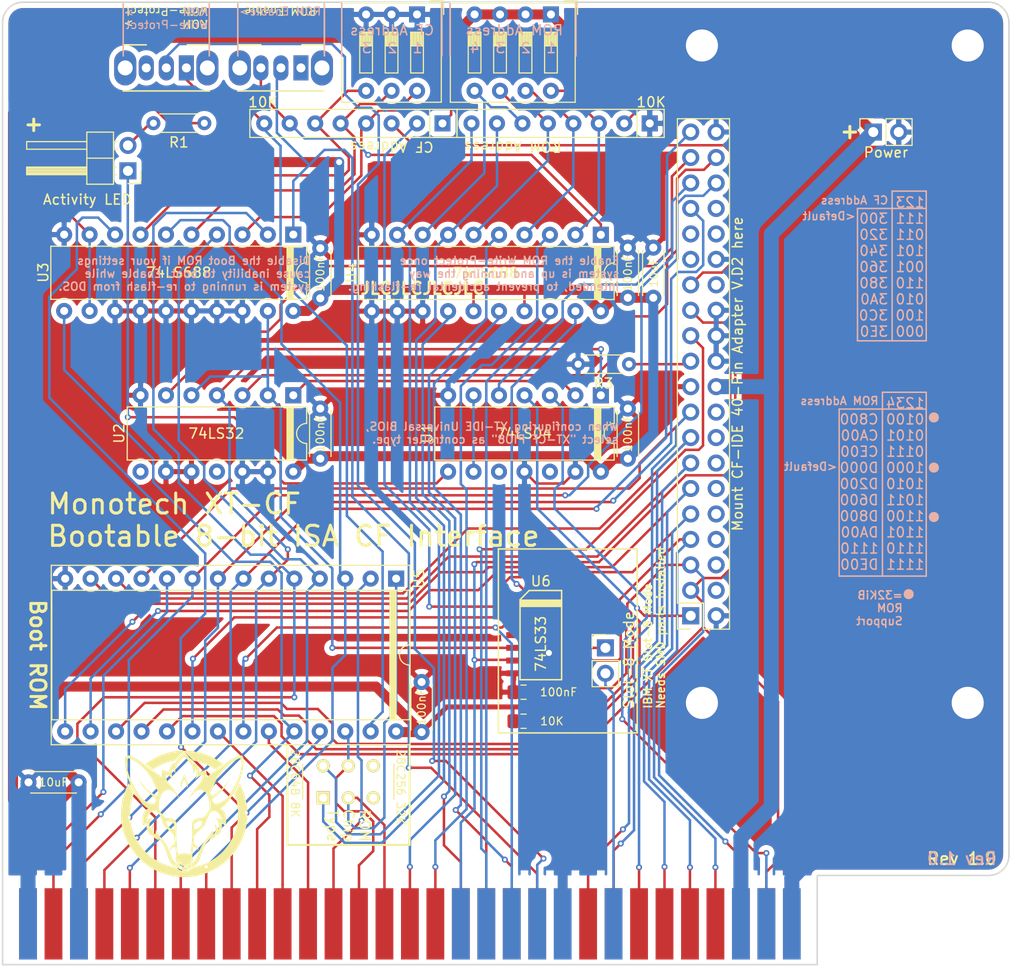
<source format=kicad_pcb>
(kicad_pcb (version 20171130) (host pcbnew "(5.1.0)-1")
  (title_block (title XT-CF) (date 2019-06-04) (rev 1.0) (company "Monotech PCs") (comment 1 "GPL v3") (comment 4 "Based on schematic by Sergey Kiselev."))
  (layers (0 F.Cu signal) (31 B.Cu signal) (36 B.SilkS user) (37 F.SilkS user) (38 B.Mask user) (39 F.Mask user) (44 Edge.Cuts user))
  (net 0 "")
  (net 1 GND)
  (net 2 VCC)
  (net 3 "Net-(D1-Pad1)")
  (net 4 /CARDSEL)
  (net 5 /RSTDRV)
  (net 6 /~MEMW)
  (net 7 /~MEMR)
  (net 8 /~IOW)
  (net 9 /~IOR)
  (net 10 /D7)
  (net 11 /D6)
  (net 12 /D5)
  (net 13 /D4)
  (net 14 /D3)
  (net 15 /D2)
  (net 16 /D1)
  (net 17 /D0)
  (net 18 /AEN)
  (net 19 /A19)
  (net 20 /A18)
  (net 21 /A17)
  (net 22 /A16)
  (net 23 /A15)
  (net 24 /A14)
  (net 25 /A13)
  (net 26 /A12)
  (net 27 /A11)
  (net 28 /A10)
  (net 29 /A9)
  (net 30 /A8)
  (net 31 /A7)
  (net 32 /A6)
  (net 33 /A5)
  (net 34 /A4)
  (net 35 /A3)
  (net 36 /A2)
  (net 37 /A1)
  (net 38 /A0)
  (net 39 "Net-(JP1-Pad1)")
  (net 40 /~CF_CS0)
  (net 41 /~CF_CS1)
  (net 42 /~CF_RESET)
  (net 43 /CF_IORDY)
  (net 44 /CF_DMARQ)
  (net 45 /~CF_DASP)
  (net 46 "Net-(R4-Pad1)")
  (net 47 "Net-(RN1-Pad6)")
  (net 48 /~ROMW)
  (net 49 "Net-(RN2-Pad3)")
  (net 50 "Net-(RN2-Pad4)")
  (net 51 "Net-(RN2-Pad5)")
  (net 52 "Net-(RN2-Pad6)")
  (net 53 "Net-(RN2-Pad7)")
  (net 54 "Net-(RN2-Pad8)")
  (net 55 "Net-(U1-Pad2)")
  (net 56 /~CF_CS)
  (net 57 /~ROM_CS)
  (net 58 "Net-(U1-Pad6)")
  (net 59 "Net-(D1-Pad2)")
  (net 60 /~ROMEN)
  (net 61 /pullup)
  (net 62 "Net-(RN1-Pad5)")
  (net 63 "Net-(RN1-Pad4)")
  (module "Custom:Monotech Logo 12.7mm" (layer F.Cu) (at 181.7624 100.3808)
    (fp_text reference LOGO1 hide)
    (fp_text value Logo_Open_Hardware_Large hide)
  )
  (module Custom:ISA-8BIT-XT-CF (layer F.Cu) (at 204.2668 111.6076)
    (fp_text reference BUS1)
    (fp_text value BUSPC_DEV)
    (pad 8 connect rect (at 20.32 -0.254) (size 1.778 7.112) (layers B.Cu B.Mask) (net 4 /CARDSEL))
    (pad 1 connect rect (at 38.1 -0.254) (size 1.778 7.112) (layers B.Cu B.Mask) (net 1 GND))
    (pad 2 connect rect (at 35.56 -0.254) (size 1.778 7.112) (layers B.Cu B.Mask) (net 5 /RSTDRV))
    (pad 3 connect rect (at 33.02 -0.254) (size 1.778 7.112) (layers B.Cu B.Mask) (net 2 VCC))
    (pad 11 connect rect (at 12.7 -0.254) (size 1.778 7.112) (layers B.Cu B.Mask) (net 6 /~MEMW))
    (pad 12 connect rect (at 10.16 -0.254) (size 1.778 7.112) (layers B.Cu B.Mask) (net 7 /~MEMR))
    (pad 13 connect rect (at 7.62 -0.254) (size 1.778 7.112) (layers B.Cu B.Mask) (net 8 /~IOW))
    (pad 14 connect rect (at 5.08 -0.254) (size 1.778 7.112) (layers B.Cu B.Mask) (net 9 /~IOR))
    (pad 29 connect rect (at -33.02 -0.254) (size 1.778 7.112) (layers B.Cu B.Mask) (net 2 VCC))
    (pad 31 connect rect (at -38.1 -0.254) (size 1.778 7.112) (layers B.Cu B.Mask) (net 1 GND))
    (pad 33 connect rect (at 35.56 -0.254) (size 1.778 7.112) (layers F.Cu F.Mask) (net 10 /D7))
    (pad 34 connect rect (at 33.02 -0.254) (size 1.778 7.112) (layers F.Cu F.Mask) (net 11 /D6))
    (pad 35 connect rect (at 30.48 -0.254) (size 1.778 7.112) (layers F.Cu F.Mask) (net 12 /D5))
    (pad 36 connect rect (at 27.94 -0.254) (size 1.778 7.112) (layers F.Cu F.Mask) (net 13 /D4))
    (pad 37 connect rect (at 25.4 -0.254) (size 1.778 7.112) (layers F.Cu F.Mask) (net 14 /D3))
    (pad 38 connect rect (at 22.86 -0.254) (size 1.778 7.112) (layers F.Cu F.Mask) (net 15 /D2))
    (pad 39 connect rect (at 20.32 -0.254) (size 1.778 7.112) (layers F.Cu F.Mask) (net 16 /D1))
    (pad 40 connect rect (at 17.78 -0.254) (size 1.778 7.112) (layers F.Cu F.Mask) (net 17 /D0))
    (pad 42 connect rect (at 12.7 -0.254) (size 1.778 7.112) (layers F.Cu F.Mask) (net 18 /AEN))
    (pad 43 connect rect (at 10.16 -0.254) (size 1.778 7.112) (layers F.Cu F.Mask) (net 19 /A19))
    (pad 44 connect rect (at 7.62 -0.254) (size 1.778 7.112) (layers F.Cu F.Mask) (net 20 /A18))
    (pad 45 connect rect (at 5.08 -0.254) (size 1.778 7.112) (layers F.Cu F.Mask) (net 21 /A17))
    (pad 46 connect rect (at 2.54 -0.254) (size 1.778 7.112) (layers F.Cu F.Mask) (net 22 /A16))
    (pad 47 connect rect (at 0 -0.254) (size 1.778 7.112) (layers F.Cu F.Mask) (net 23 /A15))
    (pad 48 connect rect (at -2.54 -0.254) (size 1.778 7.112) (layers F.Cu F.Mask) (net 24 /A14))
    (pad 49 connect rect (at -5.08 -0.254) (size 1.778 7.112) (layers F.Cu F.Mask) (net 25 /A13))
    (pad 50 connect rect (at -7.62 -0.254) (size 1.778 7.112) (layers F.Cu F.Mask) (net 26 /A12))
    (pad 51 connect rect (at -10.16 -0.254) (size 1.778 7.112) (layers F.Cu F.Mask) (net 27 /A11))
    (pad 52 connect rect (at -12.7 -0.254) (size 1.778 7.112) (layers F.Cu F.Mask) (net 28 /A10))
    (pad 53 connect rect (at -15.24 -0.254) (size 1.778 7.112) (layers F.Cu F.Mask) (net 29 /A9))
    (pad 54 connect rect (at -17.78 -0.254) (size 1.778 7.112) (layers F.Cu F.Mask) (net 30 /A8))
    (pad 55 connect rect (at -20.32 -0.254) (size 1.778 7.112) (layers F.Cu F.Mask) (net 31 /A7))
    (pad 56 connect rect (at -22.86 -0.254) (size 1.778 7.112) (layers F.Cu F.Mask) (net 32 /A6))
    (pad 57 connect rect (at -25.4 -0.254) (size 1.778 7.112) (layers F.Cu F.Mask) (net 33 /A5))
    (pad 58 connect rect (at -27.94 -0.254) (size 1.778 7.112) (layers F.Cu F.Mask) (net 34 /A4))
    (pad 59 connect rect (at -30.48 -0.254) (size 1.778 7.112) (layers F.Cu F.Mask) (net 35 /A3))
    (pad 60 connect rect (at -33.02 -0.254) (size 1.778 7.112) (layers F.Cu F.Mask) (net 36 /A2))
    (pad 61 connect rect (at -35.56 -0.254) (size 1.778 7.112) (layers F.Cu F.Mask) (net 37 /A1))
    (pad 62 connect rect (at -38.1 -0.254) (size 1.778 7.112) (layers F.Cu F.Mask) (net 38 /A0))
    (pad 10 connect rect (at 15.24 -0.254) (size 1.778 7.112) (layers B.Cu B.Mask) (net 1 GND))
  )
  (module Capacitor_THT:C_Disc_D4.3mm_W1.9mm_P5.00mm (layer F.Cu) (at 226.0088 64.9436 90)
    (fp_text reference C1)
    (fp_text value 100nF (at 2.5104 0.0004 90) (layer F.SilkS) (effects (font (size 0.8 0.8) (thickness 0.12))))
    (pad 1 thru_hole circle (at 0 0 90) (size 1.6 1.6) (drill 0.8) (layers *.Cu *.Mask) (net 2 VCC))
    (pad 2 thru_hole circle (at 5 0 90) (size 1.6 1.6) (drill 0.8) (layers *.Cu *.Mask) (net 1 GND))
  )
  (module Capacitor_THT:C_Disc_D4.3mm_W1.9mm_P5.00mm (layer F.Cu) (at 195.3258 64.9436 90)
    (fp_text reference C2)
    (fp_text value 100nF (at 2.5 0.0002 90) (layer F.SilkS) (effects (font (size 0.8 0.8) (thickness 0.12))))
    (pad 2 thru_hole circle (at 5 0 90) (size 1.6 1.6) (drill 0.8) (layers *.Cu *.Mask) (net 1 GND))
    (pad 1 thru_hole circle (at 0 0 90) (size 1.6 1.6) (drill 0.8) (layers *.Cu *.Mask) (net 2 VCC))
  )
  (module Capacitor_THT:C_Disc_D4.3mm_W1.9mm_P5.00mm (layer F.Cu) (at 195.3258 48.942 90)
    (fp_text reference C3)
    (fp_text value 100nF (at 2.5108 0.0002 90) (layer F.SilkS) (effects (font (size 0.8 0.8) (thickness 0.12))))
    (pad 1 thru_hole circle (at 0 0 90) (size 1.6 1.6) (drill 0.8) (layers *.Cu *.Mask) (net 2 VCC))
    (pad 2 thru_hole circle (at 5 0 90) (size 1.6 1.6) (drill 0.8) (layers *.Cu *.Mask) (net 1 GND))
  )
  (module Capacitor_THT:C_Disc_D4.3mm_W1.9mm_P5.00mm (layer F.Cu) (at 226.0088 48.8912 90)
    (fp_text reference C4)
    (fp_text value 100nF (at 2.5 0.0004 90) (layer F.SilkS) (effects (font (size 0.8 0.8) (thickness 0.12))))
    (pad 1 thru_hole circle (at 0 0 90) (size 1.6 1.6) (drill 0.8) (layers *.Cu *.Mask) (net 2 VCC))
    (pad 2 thru_hole circle (at 5 0 90) (size 1.6 1.6) (drill 0.8) (layers *.Cu *.Mask) (net 1 GND))
  )
  (module Capacitor_THT:C_Disc_D4.3mm_W1.9mm_P5.00mm (layer F.Cu) (at 205.4348 92.2236 90)
    (fp_text reference C5)
    (fp_text value 100nF (at 2.5108 0.0004 90) (layer F.SilkS) (effects (font (size 0.8 0.8) (thickness 0.12))))
    (pad 2 thru_hole circle (at 5 0 90) (size 1.6 1.6) (drill 0.8) (layers *.Cu *.Mask) (net 1 GND))
    (pad 1 thru_hole circle (at 0 0 90) (size 1.6 1.6) (drill 0.8) (layers *.Cu *.Mask) (net 2 VCC))
  )
  (module Capacitor_THT:C_Disc_D4.3mm_W1.9mm_P5.00mm (layer F.Cu) (at 228.5488 48.8912 90)
    (fp_text reference C7)
    (fp_text value 10uF (at 2.5 0.0512 90) (layer F.SilkS) (effects (font (size 0.8 0.8) (thickness 0.12))))
    (pad 1 thru_hole circle (at 0 0 90) (size 1.6 1.6) (drill 0.8) (layers *.Cu *.Mask) (net 2 VCC))
    (pad 2 thru_hole circle (at 5 0 90) (size 1.6 1.6) (drill 0.8) (layers *.Cu *.Mask) (net 1 GND))
  )
  (module Capacitor_THT:C_Disc_D4.3mm_W1.9mm_P5.00mm (layer F.Cu) (at 171.2178 97.2316 180)
    (fp_text reference C8)
    (fp_text value 10uF (at 2.511 0.0004 180) (layer F.SilkS) (effects (font (size 0.8 0.8) (thickness 0.12))))
    (pad 2 thru_hole circle (at 5 0 180) (size 1.6 1.6) (drill 0.8) (layers *.Cu *.Mask) (net 1 GND))
    (pad 1 thru_hole circle (at 0 0 180) (size 1.6 1.6) (drill 0.8) (layers *.Cu *.Mask) (net 2 VCC))
  )
  (module Capacitor_SMD:C_0805_2012Metric_Pad1.15x1.40mm_HandSolder (layer F.Cu) (at 215.6038 88.2396 180)
    (fp_text reference C9)
    (fp_text value 100nF (at -3.4966 0 180) (layer F.SilkS) (effects (font (size 0.8 0.8) (thickness 0.12))))
    (pad 1 smd roundrect (at -1.025 0 180) (size 1.15 1.4) (layers F.Cu F.Paste F.Mask) (roundrect_rratio 0.217391) (net 2 VCC))
    (pad 2 smd roundrect (at 1.025 0 180) (size 1.15 1.4) (layers F.Cu F.Paste F.Mask) (roundrect_rratio 0.217391) (net 1 GND))
  )
  (module Connector_PinHeader_2.54mm:PinHeader_1x02_P2.54mm_Vertical (layer F.Cu) (at 223.7738 83.8196)
    (fp_text reference JP1)
    (fp_text value "Slot-8 Mode" (at 2.337 1.2196 90) (layer F.SilkS))
    (pad 1 thru_hole rect (at 0 0) (size 1.7 1.7) (drill 1) (layers *.Cu *.Mask) (net 39 "Net-(JP1-Pad1)"))
    (pad 2 thru_hole oval (at 0 2.54) (size 1.7 1.7) (drill 1) (layers *.Cu *.Mask) (net 4 /CARDSEL))
  )
  (module Resistor_THT:R_Array_SIP8 (layer F.Cu) (at 207.5178 31.496 180)
    (fp_text reference RN1)
    (fp_text value 10K (at 17.9195 2.1209 180) (layer F.SilkS))
    (pad 8 thru_hole oval (at 17.78 0 180) (size 1.6 1.6) (drill 0.8) (layers *.Cu *.Mask) (net 48 /~ROMW))
    (pad 7 thru_hole oval (at 15.24 0 180) (size 1.6 1.6) (drill 0.8) (layers *.Cu *.Mask) (net 60 /~ROMEN))
    (pad 6 thru_hole oval (at 12.7 0 180) (size 1.6 1.6) (drill 0.8) (layers *.Cu *.Mask) (net 47 "Net-(RN1-Pad6)"))
    (pad 5 thru_hole oval (at 10.16 0 180) (size 1.6 1.6) (drill 0.8) (layers *.Cu *.Mask) (net 62 "Net-(RN1-Pad5)"))
    (pad 4 thru_hole oval (at 7.62 0 180) (size 1.6 1.6) (drill 0.8) (layers *.Cu *.Mask) (net 63 "Net-(RN1-Pad4)"))
    (pad 3 thru_hole oval (at 5.08 0 180) (size 1.6 1.6) (drill 0.8) (layers *.Cu *.Mask) (net 43 /CF_IORDY))
    (pad 2 thru_hole oval (at 2.54 0 180) (size 1.6 1.6) (drill 0.8) (layers *.Cu *.Mask) (net 61 /pullup))
    (pad 1 thru_hole rect (at 0 0 180) (size 1.6 1.6) (drill 0.8) (layers *.Cu *.Mask) (net 2 VCC))
  )
  (module Resistor_THT:R_Array_SIP8 (layer F.Cu) (at 228.1938 31.496 180)
    (fp_text reference RN2)
    (fp_text value 10K (at -0.1395 2.1209) (layer F.SilkS))
    (pad 1 thru_hole rect (at 0 0 180) (size 1.6 1.6) (drill 0.8) (layers *.Cu *.Mask) (net 1 GND))
    (pad 2 thru_hole oval (at 2.54 0 180) (size 1.6 1.6) (drill 0.8) (layers *.Cu *.Mask) (net 10 /D7))
    (pad 3 thru_hole oval (at 5.08 0 180) (size 1.6 1.6) (drill 0.8) (layers *.Cu *.Mask) (net 49 "Net-(RN2-Pad3)"))
    (pad 4 thru_hole oval (at 7.62 0 180) (size 1.6 1.6) (drill 0.8) (layers *.Cu *.Mask) (net 50 "Net-(RN2-Pad4)"))
    (pad 5 thru_hole oval (at 10.16 0 180) (size 1.6 1.6) (drill 0.8) (layers *.Cu *.Mask) (net 51 "Net-(RN2-Pad5)"))
    (pad 6 thru_hole oval (at 12.7 0 180) (size 1.6 1.6) (drill 0.8) (layers *.Cu *.Mask) (net 52 "Net-(RN2-Pad6)"))
    (pad 7 thru_hole oval (at 15.24 0 180) (size 1.6 1.6) (drill 0.8) (layers *.Cu *.Mask) (net 53 "Net-(RN2-Pad7)"))
    (pad 8 thru_hole oval (at 17.78 0 180) (size 1.6 1.6) (drill 0.8) (layers *.Cu *.Mask) (net 54 "Net-(RN2-Pad8)"))
  )
  (module Button_Switch_THT:SW_DIP_SPSTx03_Slide_9.78x9.8mm_W7.62mm_P2.54mm (layer F.Cu) (at 204.9778 20.6248 270)
    (fp_text reference SW1)
    (fp_text value "CF Address" (at 13.1953 2.5398 180 unlocked) (layer F.SilkS))
    (pad 1 thru_hole rect (at 0 0 270) (size 1.6 1.6) (drill 0.8) (layers *.Cu *.Mask) (net 1 GND))
    (pad 4 thru_hole oval (at 7.62 5.08 270) (size 1.6 1.6) (drill 0.8) (layers *.Cu *.Mask) (net 47 "Net-(RN1-Pad6)"))
    (pad 2 thru_hole oval (at 0 2.54 270) (size 1.6 1.6) (drill 0.8) (layers *.Cu *.Mask) (net 1 GND))
    (pad 5 thru_hole oval (at 7.62 2.54 270) (size 1.6 1.6) (drill 0.8) (layers *.Cu *.Mask) (net 62 "Net-(RN1-Pad5)"))
    (pad 3 thru_hole oval (at 0 5.08 270) (size 1.6 1.6) (drill 0.8) (layers *.Cu *.Mask) (net 1 GND))
    (pad 6 thru_hole oval (at 7.62 0 270) (size 1.6 1.6) (drill 0.8) (layers *.Cu *.Mask) (net 63 "Net-(RN1-Pad4)"))
  )
  (module Button_Switch_THT:SW_DIP_SPSTx04_Slide_9.78x12.34mm_W7.62mm_P2.54mm (layer F.Cu) (at 218.3388 20.6248 270)
    (fp_text reference SW2)
    (fp_text value "ROM Address" (at 13.1953 3.8104 180 unlocked) (layer F.SilkS))
    (pad 1 thru_hole rect (at 0 0 270) (size 1.6 1.6) (drill 0.8) (layers *.Cu *.Mask) (net 2 VCC))
    (pad 5 thru_hole oval (at 7.62 7.62 270) (size 1.6 1.6) (drill 0.8) (layers *.Cu *.Mask) (net 52 "Net-(RN2-Pad6)"))
    (pad 2 thru_hole oval (at 0 2.54 270) (size 1.6 1.6) (drill 0.8) (layers *.Cu *.Mask) (net 2 VCC))
    (pad 6 thru_hole oval (at 7.62 5.08 270) (size 1.6 1.6) (drill 0.8) (layers *.Cu *.Mask) (net 51 "Net-(RN2-Pad5)"))
    (pad 3 thru_hole oval (at 0 5.08 270) (size 1.6 1.6) (drill 0.8) (layers *.Cu *.Mask) (net 2 VCC))
    (pad 7 thru_hole oval (at 7.62 2.54 270) (size 1.6 1.6) (drill 0.8) (layers *.Cu *.Mask) (net 50 "Net-(RN2-Pad4)"))
    (pad 4 thru_hole oval (at 0 7.62 270) (size 1.6 1.6) (drill 0.8) (layers *.Cu *.Mask) (net 2 VCC))
    (pad 8 thru_hole oval (at 7.62 0 270) (size 1.6 1.6) (drill 0.8) (layers *.Cu *.Mask) (net 49 "Net-(RN2-Pad3)"))
  )
  (module Custom:SW_MS-22D18G2 (layer F.Cu) (at 198.1198 97.1806 90)
    (fp_text reference SW3)
    (fp_text value "ROM Size")
    (pad 1 thru_hole rect (at -1.6 -2.5 90) (size 1.308 1.308) (drill 0.8) (layers *.Cu *.Mask F.SilkS) (net 53 "Net-(RN2-Pad7)"))
    (pad 2 thru_hole circle (at -1.6 0 90) (size 1.308 1.308) (drill 0.8) (layers *.Cu *.Mask F.SilkS) (net 24 /A14))
    (pad 3 thru_hole circle (at -1.6 2.5 90) (size 1.308 1.308) (drill 0.8) (layers *.Cu *.Mask F.SilkS))
    (pad 4 thru_hole circle (at 1.6 -2.5 90) (size 1.308 1.308) (drill 0.8) (layers *.Cu *.Mask F.SilkS) (net 54 "Net-(RN2-Pad8)"))
    (pad 5 thru_hole circle (at 1.6 0 90) (size 1.308 1.308) (drill 0.8) (layers *.Cu *.Mask F.SilkS) (net 25 /A13))
    (pad 6 thru_hole circle (at 1.6 2.5 90) (size 1.308 1.308) (drill 0.8) (layers *.Cu *.Mask F.SilkS))
  )
  (module Button_Switch_THT:SW_CuK_OS102011MA1QN1_SPDT_Angled (layer F.Cu) (at 193.3958 25.9588 180)
    (fp_text reference SW4)
    (fp_text value "ROM Enable" (at 2.069 5.6896 180 unlocked) (layer F.SilkS) (effects (font (size 0.8 0.8) (thickness 0.12))))
    (pad "" thru_hole oval (at 6.1 0 180) (size 2.2 3.5) (drill 1.5) (layers *.Cu *.Mask))
    (pad "" thru_hole oval (at -2.1 0 180) (size 2.2 3.5) (drill 1.5) (layers *.Cu *.Mask))
    (pad 3 thru_hole oval (at 4 0 180) (size 1.5 2.5) (drill 0.9) (layers *.Cu *.Mask) (net 60 /~ROMEN))
    (pad 2 thru_hole oval (at 2 0 180) (size 1.5 2.5) (drill 0.9) (layers *.Cu *.Mask) (net 18 /AEN))
    (pad 1 thru_hole rect (at 0 0 180) (size 1.5 2.5) (drill 0.9) (layers *.Cu *.Mask))
  )
  (module Button_Switch_THT:SW_CuK_OS102011MA1QN1_SPDT_Angled (layer F.Cu) (at 181.9658 25.9588 180)
    (fp_text reference SW5)
    (fp_text value "ROM Write Protect")
    (pad 1 thru_hole rect (at 0 0 180) (size 1.5 2.5) (drill 0.9) (layers *.Cu *.Mask) (net 48 /~ROMW))
    (pad 2 thru_hole oval (at 2 0 180) (size 1.5 2.5) (drill 0.9) (layers *.Cu *.Mask) (net 6 /~MEMW))
    (pad 3 thru_hole oval (at 4 0 180) (size 1.5 2.5) (drill 0.9) (layers *.Cu *.Mask))
    (pad "" thru_hole oval (at -2.1 0 180) (size 2.2 3.5) (drill 1.5) (layers *.Cu *.Mask))
    (pad "" thru_hole oval (at 6.1 0 180) (size 2.2 3.5) (drill 1.5) (layers *.Cu *.Mask))
  )
  (module MountingHole:MountingHole_3.2mm_M3_Pad (layer F.Cu) (at 233.3988 89.3066)
    (fp_text reference HOLE1)
    (fp_text value 3.2mm)
    (pad 1 thru_hole circle (at 0 0) (size 6.4 6.4) (drill 3.2) (layers *.Cu *.Mask) (net 1 GND))
  )
  (module MountingHole:MountingHole_3.2mm_M3_Pad (layer F.Cu) (at 233.3988 23.7236)
    (fp_text reference HOLE2)
    (fp_text value 3.2mm)
    (pad 1 thru_hole circle (at 0 0) (size 6.4 6.4) (drill 3.2) (layers *.Cu *.Mask) (net 1 GND))
  )
  (module MountingHole:MountingHole_3.2mm_M3_Pad (layer F.Cu) (at 259.9168 89.3066)
    (fp_text reference HOLE3)
    (fp_text value 3.2mm)
    (pad 1 thru_hole circle (at 0 0) (size 6.4 6.4) (drill 3.2) (layers *.Cu *.Mask) (net 1 GND))
  )
  (module MountingHole:MountingHole_3.2mm_M3_Pad (layer F.Cu) (at 259.9168 23.7236)
    (fp_text reference HOLE4)
    (fp_text value 3.2mm)
    (pad 1 thru_hole circle (at 0 0) (size 6.4 6.4) (drill 3.2) (layers *.Cu *.Mask) (net 1 GND))
  )
  (module Connector_PinHeader_2.54mm:PinHeader_1x02_P2.54mm_Horizontal (layer F.Cu) (at 176.1363 36.2331 180)
    (fp_text reference D1)
    (fp_text value "Activity LED" (at 4.064 -2.8575) (layer F.SilkS))
    (pad 1 thru_hole rect (at 0 0 180) (size 1.7 1.7) (drill 1) (layers *.Cu *.Mask) (net 3 "Net-(D1-Pad1)"))
    (pad 2 thru_hole oval (at 0 2.54 180) (size 1.7 1.7) (drill 1) (layers *.Cu *.Mask) (net 59 "Net-(D1-Pad2)"))
  )
  (module Resistor_SMD:R_0805_2012Metric_Pad1.15x1.40mm_HandSolder (layer F.Cu) (at 215.6038 91.1356 180)
    (fp_text reference R4)
    (fp_text value 10K (at -2.8362 0.0004 180) (layer F.SilkS) (effects (font (size 0.8 0.8) (thickness 0.12))))
    (pad 1 smd roundrect (at -1.025 0 180) (size 1.15 1.4) (layers F.Cu F.Paste F.Mask) (roundrect_rratio 0.217391) (net 46 "Net-(R4-Pad1)"))
    (pad 2 smd roundrect (at 1.025 0 180) (size 1.15 1.4) (layers F.Cu F.Paste F.Mask) (roundrect_rratio 0.217391) (net 2 VCC))
  )
  (module Connector_PinSocket_2.54mm:PinSocket_2x20_P2.54mm_Vertical (layer F.Cu) (at 232.2818 80.6196 180)
    (fp_text reference J1)
    (fp_text value IDE)
    (pad 1 thru_hole rect (at 0 0 180) (size 1.7 1.7) (drill 1) (layers *.Cu *.Mask) (net 42 /~CF_RESET))
    (pad 2 thru_hole oval (at -2.54 0 180) (size 1.7 1.7) (drill 1) (layers *.Cu *.Mask) (net 1 GND))
    (pad 3 thru_hole oval (at 0 2.54 180) (size 1.7 1.7) (drill 1) (layers *.Cu *.Mask) (net 10 /D7))
    (pad 4 thru_hole oval (at -2.54 2.54 180) (size 1.7 1.7) (drill 1) (layers *.Cu *.Mask))
    (pad 5 thru_hole oval (at 0 5.08 180) (size 1.7 1.7) (drill 1) (layers *.Cu *.Mask) (net 11 /D6))
    (pad 6 thru_hole oval (at -2.54 5.08 180) (size 1.7 1.7) (drill 1) (layers *.Cu *.Mask))
    (pad 7 thru_hole oval (at 0 7.62 180) (size 1.7 1.7) (drill 1) (layers *.Cu *.Mask) (net 12 /D5))
    (pad 8 thru_hole oval (at -2.54 7.62 180) (size 1.7 1.7) (drill 1) (layers *.Cu *.Mask))
    (pad 9 thru_hole oval (at 0 10.16 180) (size 1.7 1.7) (drill 1) (layers *.Cu *.Mask) (net 13 /D4))
    (pad 10 thru_hole oval (at -2.54 10.16 180) (size 1.7 1.7) (drill 1) (layers *.Cu *.Mask))
    (pad 11 thru_hole oval (at 0 12.7 180) (size 1.7 1.7) (drill 1) (layers *.Cu *.Mask) (net 14 /D3))
    (pad 12 thru_hole oval (at -2.54 12.7 180) (size 1.7 1.7) (drill 1) (layers *.Cu *.Mask))
    (pad 13 thru_hole oval (at 0 15.24 180) (size 1.7 1.7) (drill 1) (layers *.Cu *.Mask) (net 15 /D2))
    (pad 14 thru_hole oval (at -2.54 15.24 180) (size 1.7 1.7) (drill 1) (layers *.Cu *.Mask))
    (pad 15 thru_hole oval (at 0 17.78 180) (size 1.7 1.7) (drill 1) (layers *.Cu *.Mask) (net 16 /D1))
    (pad 16 thru_hole oval (at -2.54 17.78 180) (size 1.7 1.7) (drill 1) (layers *.Cu *.Mask))
    (pad 17 thru_hole oval (at 0 20.32 180) (size 1.7 1.7) (drill 1) (layers *.Cu *.Mask) (net 17 /D0))
    (pad 18 thru_hole oval (at -2.54 20.32 180) (size 1.7 1.7) (drill 1) (layers *.Cu *.Mask))
    (pad 19 thru_hole oval (at 0 22.86 180) (size 1.7 1.7) (drill 1) (layers *.Cu *.Mask) (net 1 GND))
    (pad 20 thru_hole oval (at -2.54 22.86 180) (size 1.7 1.7) (drill 1) (layers *.Cu *.Mask) (net 2 VCC))
    (pad 21 thru_hole oval (at 0 25.4 180) (size 1.7 1.7) (drill 1) (layers *.Cu *.Mask) (net 44 /CF_DMARQ))
    (pad 22 thru_hole oval (at -2.54 25.4 180) (size 1.7 1.7) (drill 1) (layers *.Cu *.Mask) (net 1 GND))
    (pad 23 thru_hole oval (at 0 27.94 180) (size 1.7 1.7) (drill 1) (layers *.Cu *.Mask) (net 8 /~IOW))
    (pad 24 thru_hole oval (at -2.54 27.94 180) (size 1.7 1.7) (drill 1) (layers *.Cu *.Mask) (net 1 GND))
    (pad 25 thru_hole oval (at 0 30.48 180) (size 1.7 1.7) (drill 1) (layers *.Cu *.Mask) (net 9 /~IOR))
    (pad 26 thru_hole oval (at -2.54 30.48 180) (size 1.7 1.7) (drill 1) (layers *.Cu *.Mask) (net 1 GND))
    (pad 27 thru_hole oval (at 0 33.02 180) (size 1.7 1.7) (drill 1) (layers *.Cu *.Mask) (net 43 /CF_IORDY))
    (pad 28 thru_hole oval (at -2.54 33.02 180) (size 1.7 1.7) (drill 1) (layers *.Cu *.Mask))
    (pad 29 thru_hole oval (at 0 35.56 180) (size 1.7 1.7) (drill 1) (layers *.Cu *.Mask))
    (pad 30 thru_hole oval (at -2.54 35.56 180) (size 1.7 1.7) (drill 1) (layers *.Cu *.Mask) (net 1 GND))
    (pad 31 thru_hole oval (at 0 38.1 180) (size 1.7 1.7) (drill 1) (layers *.Cu *.Mask))
    (pad 32 thru_hole oval (at -2.54 38.1 180) (size 1.7 1.7) (drill 1) (layers *.Cu *.Mask))
    (pad 33 thru_hole oval (at 0 40.64 180) (size 1.7 1.7) (drill 1) (layers *.Cu *.Mask) (net 36 /A2))
    (pad 34 thru_hole oval (at -2.54 40.64 180) (size 1.7 1.7) (drill 1) (layers *.Cu *.Mask))
    (pad 35 thru_hole oval (at 0 43.18 180) (size 1.7 1.7) (drill 1) (layers *.Cu *.Mask) (net 37 /A1))
    (pad 36 thru_hole oval (at -2.54 43.18 180) (size 1.7 1.7) (drill 1) (layers *.Cu *.Mask) (net 35 /A3))
    (pad 37 thru_hole oval (at 0 45.72 180) (size 1.7 1.7) (drill 1) (layers *.Cu *.Mask) (net 40 /~CF_CS0))
    (pad 38 thru_hole oval (at -2.54 45.72 180) (size 1.7 1.7) (drill 1) (layers *.Cu *.Mask) (net 41 /~CF_CS1))
    (pad 39 thru_hole oval (at 0 48.26 180) (size 1.7 1.7) (drill 1) (layers *.Cu *.Mask) (net 45 /~CF_DASP))
    (pad 40 thru_hole oval (at -2.54 48.26 180) (size 1.7 1.7) (drill 1) (layers *.Cu *.Mask) (net 1 GND))
  )
  (module Connector_PinSocket_2.54mm:PinSocket_1x02_P2.54mm_Vertical (layer F.Cu) (at 250.4948 32.3596 90)
    (fp_text reference J2)
    (fp_text value Power (at -2.032 1.27 180) (layer F.SilkS))
    (pad 1 thru_hole rect (at 0 0 90) (size 1.7 1.7) (drill 1) (layers *.Cu *.Mask) (net 2 VCC))
    (pad 2 thru_hole oval (at 0 2.54 90) (size 1.7 1.7) (drill 1) (layers *.Cu *.Mask) (net 1 GND))
  )
  (module Resistor_THT:R_Axial_DIN0204_L3.6mm_D1.6mm_P5.08mm_Horizontal (layer F.Cu) (at 183.7563 31.4706 180)
    (fp_text reference R1 (at 2.54 -1.92 180) (layer F.SilkS))
    (fp_text value 1K)
    (pad 2 thru_hole oval (at 5.08 0 180) (size 1.4 1.4) (drill 0.7) (layers *.Cu *.Mask) (net 59 "Net-(D1-Pad2)"))
    (pad 1 thru_hole circle (at 0 0 180) (size 1.4 1.4) (drill 0.7) (layers *.Cu *.Mask) (net 2 VCC))
  )
  (module Resistor_THT:R_Axial_DIN0204_L3.6mm_D1.6mm_P5.08mm_Horizontal (layer F.Cu) (at 226.1268 55.5176 180)
    (fp_text reference R3 (at 2.54 -1.92 180) (layer F.SilkS))
    (fp_text value 5.6K)
    (pad 1 thru_hole circle (at 0 0 180) (size 1.4 1.4) (drill 0.7) (layers *.Cu *.Mask) (net 44 /CF_DMARQ))
    (pad 2 thru_hole oval (at 5.08 0 180) (size 1.4 1.4) (drill 0.7) (layers *.Cu *.Mask) (net 1 GND))
  )
  (module "Custom KiCad Library:DIP-14_W7.62mm" (layer F.Cu) (at 223.3168 58.6236 270)
    (fp_text reference U1 (at 3.8096 17.3228 270) (layer F.SilkS))
    (fp_text value 74LS04 (at 3.81 7.6708) (layer F.SilkS))
    (pad 14 thru_hole oval (at 7.62 0 270) (size 1.6 1.6) (drill 0.8) (layers *.Cu *.Mask) (net 2 VCC))
    (pad 7 thru_hole oval (at 0 15.24 270) (size 1.6 1.6) (drill 0.8) (layers *.Cu *.Mask) (net 1 GND))
    (pad 13 thru_hole oval (at 7.62 2.54 270) (size 1.6 1.6) (drill 0.8) (layers *.Cu *.Mask) (net 1 GND))
    (pad 6 thru_hole oval (at 0 12.7 270) (size 1.6 1.6) (drill 0.8) (layers *.Cu *.Mask) (net 58 "Net-(U1-Pad6)"))
    (pad 12 thru_hole oval (at 7.62 5.08 270) (size 1.6 1.6) (drill 0.8) (layers *.Cu *.Mask))
    (pad 5 thru_hole oval (at 0 10.16 270) (size 1.6 1.6) (drill 0.8) (layers *.Cu *.Mask) (net 45 /~CF_DASP))
    (pad 11 thru_hole oval (at 7.62 7.62 270) (size 1.6 1.6) (drill 0.8) (layers *.Cu *.Mask) (net 1 GND))
    (pad 4 thru_hole oval (at 0 7.62 270) (size 1.6 1.6) (drill 0.8) (layers *.Cu *.Mask) (net 42 /~CF_RESET))
    (pad 10 thru_hole oval (at 7.62 10.16 270) (size 1.6 1.6) (drill 0.8) (layers *.Cu *.Mask))
    (pad 3 thru_hole oval (at 0 5.08 270) (size 1.6 1.6) (drill 0.8) (layers *.Cu *.Mask) (net 5 /RSTDRV))
    (pad 9 thru_hole oval (at 7.62 12.7 270) (size 1.6 1.6) (drill 0.8) (layers *.Cu *.Mask) (net 58 "Net-(U1-Pad6)"))
    (pad 2 thru_hole oval (at 0 2.54 270) (size 1.6 1.6) (drill 0.8) (layers *.Cu *.Mask) (net 55 "Net-(U1-Pad2)"))
    (pad 8 thru_hole oval (at 7.62 15.24 270) (size 1.6 1.6) (drill 0.8) (layers *.Cu *.Mask) (net 3 "Net-(D1-Pad1)"))
    (pad 1 thru_hole rect (at 0 0 270) (size 1.6 1.6) (drill 0.8) (layers *.Cu *.Mask) (net 34 /A4))
  )
  (module "Custom KiCad Library:DIP-14_W7.62mm" (layer F.Cu) (at 192.6338 58.6186 270)
    (fp_text reference U2 (at 3.81 17.3738 270) (layer F.SilkS))
    (fp_text value 74LS32 (at 3.8146 7.671) (layer F.SilkS))
    (pad 1 thru_hole rect (at 0 0 270) (size 1.6 1.6) (drill 0.8) (layers *.Cu *.Mask) (net 55 "Net-(U1-Pad2)"))
    (pad 8 thru_hole oval (at 7.62 15.24 270) (size 1.6 1.6) (drill 0.8) (layers *.Cu *.Mask))
    (pad 2 thru_hole oval (at 0 2.54 270) (size 1.6 1.6) (drill 0.8) (layers *.Cu *.Mask) (net 56 /~CF_CS))
    (pad 9 thru_hole oval (at 7.62 12.7 270) (size 1.6 1.6) (drill 0.8) (layers *.Cu *.Mask) (net 1 GND))
    (pad 3 thru_hole oval (at 0 5.08 270) (size 1.6 1.6) (drill 0.8) (layers *.Cu *.Mask) (net 41 /~CF_CS1))
    (pad 10 thru_hole oval (at 7.62 10.16 270) (size 1.6 1.6) (drill 0.8) (layers *.Cu *.Mask) (net 1 GND))
    (pad 4 thru_hole oval (at 0 7.62 270) (size 1.6 1.6) (drill 0.8) (layers *.Cu *.Mask) (net 34 /A4))
    (pad 11 thru_hole oval (at 7.62 7.62 270) (size 1.6 1.6) (drill 0.8) (layers *.Cu *.Mask))
    (pad 5 thru_hole oval (at 0 10.16 270) (size 1.6 1.6) (drill 0.8) (layers *.Cu *.Mask) (net 56 /~CF_CS))
    (pad 12 thru_hole oval (at 7.62 5.08 270) (size 1.6 1.6) (drill 0.8) (layers *.Cu *.Mask) (net 1 GND))
    (pad 6 thru_hole oval (at 0 12.7 270) (size 1.6 1.6) (drill 0.8) (layers *.Cu *.Mask) (net 40 /~CF_CS0))
    (pad 13 thru_hole oval (at 7.62 2.54 270) (size 1.6 1.6) (drill 0.8) (layers *.Cu *.Mask) (net 1 GND))
    (pad 7 thru_hole oval (at 0 15.24 270) (size 1.6 1.6) (drill 0.8) (layers *.Cu *.Mask) (net 1 GND))
    (pad 14 thru_hole oval (at 7.62 0 270) (size 1.6 1.6) (drill 0.8) (layers *.Cu *.Mask) (net 2 VCC))
  )
  (module "Custom KiCad Library:DIP-20_W7.62mm" (layer F.Cu) (at 192.6338 42.5874 270)
    (fp_text reference U3 (at 3.793 24.943 270) (layer F.SilkS))
    (fp_text value 74LS688 (at 3.793 11.4302) (layer F.SilkS))
    (pad 1 thru_hole rect (at 0 0 270) (size 1.6 1.6) (drill 0.8) (layers *.Cu *.Mask) (net 18 /AEN))
    (pad 11 thru_hole oval (at 7.62 22.86 270) (size 1.6 1.6) (drill 0.8) (layers *.Cu *.Mask) (net 29 /A9))
    (pad 2 thru_hole oval (at 0 2.54 270) (size 1.6 1.6) (drill 0.8) (layers *.Cu *.Mask) (net 33 /A5))
    (pad 12 thru_hole oval (at 7.62 20.32 270) (size 1.6 1.6) (drill 0.8) (layers *.Cu *.Mask) (net 2 VCC))
    (pad 3 thru_hole oval (at 0 5.08 270) (size 1.6 1.6) (drill 0.8) (layers *.Cu *.Mask) (net 63 "Net-(RN1-Pad4)"))
    (pad 13 thru_hole oval (at 7.62 17.78 270) (size 1.6 1.6) (drill 0.8) (layers *.Cu *.Mask) (net 1 GND))
    (pad 4 thru_hole oval (at 0 7.62 270) (size 1.6 1.6) (drill 0.8) (layers *.Cu *.Mask) (net 32 /A6))
    (pad 14 thru_hole oval (at 7.62 15.24 270) (size 1.6 1.6) (drill 0.8) (layers *.Cu *.Mask) (net 1 GND))
    (pad 5 thru_hole oval (at 0 10.16 270) (size 1.6 1.6) (drill 0.8) (layers *.Cu *.Mask) (net 62 "Net-(RN1-Pad5)"))
    (pad 15 thru_hole oval (at 7.62 12.7 270) (size 1.6 1.6) (drill 0.8) (layers *.Cu *.Mask) (net 1 GND))
    (pad 6 thru_hole oval (at 0 12.7 270) (size 1.6 1.6) (drill 0.8) (layers *.Cu *.Mask) (net 31 /A7))
    (pad 16 thru_hole oval (at 7.62 10.16 270) (size 1.6 1.6) (drill 0.8) (layers *.Cu *.Mask) (net 1 GND))
    (pad 7 thru_hole oval (at 0 15.24 270) (size 1.6 1.6) (drill 0.8) (layers *.Cu *.Mask) (net 47 "Net-(RN1-Pad6)"))
    (pad 17 thru_hole oval (at 7.62 7.62 270) (size 1.6 1.6) (drill 0.8) (layers *.Cu *.Mask) (net 1 GND))
    (pad 8 thru_hole oval (at 0 17.78 270) (size 1.6 1.6) (drill 0.8) (layers *.Cu *.Mask) (net 30 /A8))
    (pad 18 thru_hole oval (at 7.62 5.08 270) (size 1.6 1.6) (drill 0.8) (layers *.Cu *.Mask) (net 1 GND))
    (pad 9 thru_hole oval (at 0 20.32 270) (size 1.6 1.6) (drill 0.8) (layers *.Cu *.Mask) (net 2 VCC))
    (pad 19 thru_hole oval (at 7.62 2.54 270) (size 1.6 1.6) (drill 0.8) (layers *.Cu *.Mask) (net 56 /~CF_CS))
    (pad 10 thru_hole oval (at 0 22.86 270) (size 1.6 1.6) (drill 0.8) (layers *.Cu *.Mask) (net 1 GND))
    (pad 20 thru_hole oval (at 7.62 0 270) (size 1.6 1.6) (drill 0.8) (layers *.Cu *.Mask) (net 2 VCC))
  )
  (module "Custom KiCad Library:DIP-20_W7.62mm" (layer F.Cu) (at 223.3168 42.6086 270)
    (fp_text reference U4 (at 3.81 24.892 270) (layer F.SilkS))
    (fp_text value 74LS688 (at 3.81 11.4808) (layer F.SilkS))
    (pad 20 thru_hole oval (at 7.62 0 270) (size 1.6 1.6) (drill 0.8) (layers *.Cu *.Mask) (net 2 VCC))
    (pad 10 thru_hole oval (at 0 22.86 270) (size 1.6 1.6) (drill 0.8) (layers *.Cu *.Mask) (net 1 GND))
    (pad 19 thru_hole oval (at 7.62 2.54 270) (size 1.6 1.6) (drill 0.8) (layers *.Cu *.Mask) (net 57 /~ROM_CS))
    (pad 9 thru_hole oval (at 0 20.32 270) (size 1.6 1.6) (drill 0.8) (layers *.Cu *.Mask) (net 54 "Net-(RN2-Pad8)"))
    (pad 18 thru_hole oval (at 7.62 5.08 270) (size 1.6 1.6) (drill 0.8) (layers *.Cu *.Mask) (net 19 /A19))
    (pad 8 thru_hole oval (at 0 17.78 270) (size 1.6 1.6) (drill 0.8) (layers *.Cu *.Mask) (net 52 "Net-(RN2-Pad6)"))
    (pad 17 thru_hole oval (at 7.62 7.62 270) (size 1.6 1.6) (drill 0.8) (layers *.Cu *.Mask) (net 2 VCC))
    (pad 7 thru_hole oval (at 0 15.24 270) (size 1.6 1.6) (drill 0.8) (layers *.Cu *.Mask) (net 53 "Net-(RN2-Pad7)"))
    (pad 16 thru_hole oval (at 7.62 10.16 270) (size 1.6 1.6) (drill 0.8) (layers *.Cu *.Mask) (net 20 /A18))
    (pad 6 thru_hole oval (at 0 12.7 270) (size 1.6 1.6) (drill 0.8) (layers *.Cu *.Mask) (net 51 "Net-(RN2-Pad5)"))
    (pad 15 thru_hole oval (at 7.62 12.7 270) (size 1.6 1.6) (drill 0.8) (layers *.Cu *.Mask) (net 2 VCC))
    (pad 5 thru_hole oval (at 0 10.16 270) (size 1.6 1.6) (drill 0.8) (layers *.Cu *.Mask) (net 23 /A15))
    (pad 14 thru_hole oval (at 7.62 15.24 270) (size 1.6 1.6) (drill 0.8) (layers *.Cu *.Mask) (net 21 /A17))
    (pad 4 thru_hole oval (at 0 7.62 270) (size 1.6 1.6) (drill 0.8) (layers *.Cu *.Mask) (net 50 "Net-(RN2-Pad4)"))
    (pad 13 thru_hole oval (at 7.62 17.78 270) (size 1.6 1.6) (drill 0.8) (layers *.Cu *.Mask) (net 1 GND))
    (pad 3 thru_hole oval (at 0 5.08 270) (size 1.6 1.6) (drill 0.8) (layers *.Cu *.Mask) (net 22 /A16))
    (pad 12 thru_hole oval (at 7.62 20.32 270) (size 1.6 1.6) (drill 0.8) (layers *.Cu *.Mask) (net 1 GND))
    (pad 2 thru_hole oval (at 0 2.54 270) (size 1.6 1.6) (drill 0.8) (layers *.Cu *.Mask) (net 49 "Net-(RN2-Pad3)"))
    (pad 11 thru_hole oval (at 7.62 22.86 270) (size 1.6 1.6) (drill 0.8) (layers *.Cu *.Mask) (net 1 GND))
    (pad 1 thru_hole rect (at 0 0 270) (size 1.6 1.6) (drill 0.8) (layers *.Cu *.Mask) (net 60 /~ROMEN))
  )
  (module "Custom KiCad Library:DIP-28_W15.24mm_Socket" (layer F.Cu) (at 202.8948 76.9116 270)
    (fp_text reference U5 (at -0.0004 -2.2864 270) (layer F.SilkS))
    (fp_text value 28C256)
    (pad 28 thru_hole oval (at 15.24 0 270) (size 1.6 1.6) (drill 0.8) (layers *.Cu *.Mask) (net 2 VCC))
    (pad 14 thru_hole oval (at 0 33.02 270) (size 1.6 1.6) (drill 0.8) (layers *.Cu *.Mask) (net 1 GND))
    (pad 27 thru_hole oval (at 15.24 2.54 270) (size 1.6 1.6) (drill 0.8) (layers *.Cu *.Mask) (net 48 /~ROMW))
    (pad 13 thru_hole oval (at 0 30.48 270) (size 1.6 1.6) (drill 0.8) (layers *.Cu *.Mask) (net 15 /D2))
    (pad 26 thru_hole oval (at 15.24 5.08 270) (size 1.6 1.6) (drill 0.8) (layers *.Cu *.Mask) (net 25 /A13))
    (pad 12 thru_hole oval (at 0 27.94 270) (size 1.6 1.6) (drill 0.8) (layers *.Cu *.Mask) (net 16 /D1))
    (pad 25 thru_hole oval (at 15.24 7.62 270) (size 1.6 1.6) (drill 0.8) (layers *.Cu *.Mask) (net 30 /A8))
    (pad 11 thru_hole oval (at 0 25.4 270) (size 1.6 1.6) (drill 0.8) (layers *.Cu *.Mask) (net 17 /D0))
    (pad 24 thru_hole oval (at 15.24 10.16 270) (size 1.6 1.6) (drill 0.8) (layers *.Cu *.Mask) (net 29 /A9))
    (pad 10 thru_hole oval (at 0 22.86 270) (size 1.6 1.6) (drill 0.8) (layers *.Cu *.Mask) (net 38 /A0))
    (pad 23 thru_hole oval (at 15.24 12.7 270) (size 1.6 1.6) (drill 0.8) (layers *.Cu *.Mask) (net 27 /A11))
    (pad 9 thru_hole oval (at 0 20.32 270) (size 1.6 1.6) (drill 0.8) (layers *.Cu *.Mask) (net 37 /A1))
    (pad 22 thru_hole oval (at 15.24 15.24 270) (size 1.6 1.6) (drill 0.8) (layers *.Cu *.Mask) (net 7 /~MEMR))
    (pad 8 thru_hole oval (at 0 17.78 270) (size 1.6 1.6) (drill 0.8) (layers *.Cu *.Mask) (net 36 /A2))
    (pad 21 thru_hole oval (at 15.24 17.78 270) (size 1.6 1.6) (drill 0.8) (layers *.Cu *.Mask) (net 28 /A10))
    (pad 7 thru_hole oval (at 0 15.24 270) (size 1.6 1.6) (drill 0.8) (layers *.Cu *.Mask) (net 35 /A3))
    (pad 20 thru_hole oval (at 15.24 20.32 270) (size 1.6 1.6) (drill 0.8) (layers *.Cu *.Mask) (net 57 /~ROM_CS))
    (pad 6 thru_hole oval (at 0 12.7 270) (size 1.6 1.6) (drill 0.8) (layers *.Cu *.Mask) (net 34 /A4))
    (pad 19 thru_hole oval (at 15.24 22.86 270) (size 1.6 1.6) (drill 0.8) (layers *.Cu *.Mask) (net 10 /D7))
    (pad 5 thru_hole oval (at 0 10.16 270) (size 1.6 1.6) (drill 0.8) (layers *.Cu *.Mask) (net 33 /A5))
    (pad 18 thru_hole oval (at 15.24 25.4 270) (size 1.6 1.6) (drill 0.8) (layers *.Cu *.Mask) (net 11 /D6))
    (pad 4 thru_hole oval (at 0 7.62 270) (size 1.6 1.6) (drill 0.8) (layers *.Cu *.Mask) (net 32 /A6))
    (pad 17 thru_hole oval (at 15.24 27.94 270) (size 1.6 1.6) (drill 0.8) (layers *.Cu *.Mask) (net 12 /D5))
    (pad 3 thru_hole oval (at 0 5.08 270) (size 1.6 1.6) (drill 0.8) (layers *.Cu *.Mask) (net 31 /A7))
    (pad 16 thru_hole oval (at 15.24 30.48 270) (size 1.6 1.6) (drill 0.8) (layers *.Cu *.Mask) (net 13 /D4))
    (pad 2 thru_hole oval (at 0 2.54 270) (size 1.6 1.6) (drill 0.8) (layers *.Cu *.Mask) (net 26 /A12))
    (pad 15 thru_hole oval (at 15.24 33.02 270) (size 1.6 1.6) (drill 0.8) (layers *.Cu *.Mask) (net 14 /D3))
    (pad 1 thru_hole rect (at 0 0 270) (size 1.6 1.6) (drill 0.8) (layers *.Cu *.Mask) (net 24 /A14))
  )
  (module "Custom KiCad Library:SOIC-14_3.9x8.7mm_P1.27mm" (layer F.Cu) (at 217.3278 82.5456)
    (fp_text reference U6 (at 0 -5.375) (layer F.SilkS))
    (fp_text value 74LS33 (at 0 0.868 90) (layer F.SilkS))
    (pad 1 smd rect (at -2.7 -3.81) (size 1.5 0.6) (layers F.Cu F.Paste F.Mask) (net 61 /pullup))
    (pad 2 smd rect (at -2.7 -2.54) (size 1.5 0.6) (layers F.Cu F.Paste F.Mask) (net 57 /~ROM_CS))
    (pad 3 smd rect (at -2.7 -1.27) (size 1.5 0.6) (layers F.Cu F.Paste F.Mask) (net 7 /~MEMR))
    (pad 4 smd rect (at -2.7 0) (size 1.5 0.6) (layers F.Cu F.Paste F.Mask) (net 46 "Net-(R4-Pad1)"))
    (pad 5 smd rect (at -2.7 1.27) (size 1.5 0.6) (layers F.Cu F.Paste F.Mask) (net 56 /~CF_CS))
    (pad 6 smd rect (at -2.7 2.54) (size 1.5 0.6) (layers F.Cu F.Paste F.Mask) (net 9 /~IOR))
    (pad 7 smd rect (at -2.7 3.81) (size 1.5 0.6) (layers F.Cu F.Paste F.Mask) (net 1 GND))
    (pad 8 smd rect (at 2.7 3.81) (size 1.5 0.6) (layers F.Cu F.Paste F.Mask) (net 61 /pullup))
    (pad 9 smd rect (at 2.7 2.54) (size 1.5 0.6) (layers F.Cu F.Paste F.Mask) (net 46 "Net-(R4-Pad1)"))
    (pad 10 smd rect (at 2.7 1.27) (size 1.5 0.6) (layers F.Cu F.Paste F.Mask) (net 39 "Net-(JP1-Pad1)"))
    (pad 11 smd rect (at 2.7 0) (size 1.5 0.6) (layers F.Cu F.Paste F.Mask) (net 1 GND))
    (pad 12 smd rect (at 2.7 -1.27) (size 1.5 0.6) (layers F.Cu F.Paste F.Mask) (net 1 GND))
    (pad 13 smd rect (at 2.7 -2.54) (size 1.5 0.6) (layers F.Cu F.Paste F.Mask))
    (pad 14 smd rect (at 2.7 -3.81) (size 1.5 0.6) (layers F.Cu F.Paste F.Mask) (net 2 VCC))
  )
  (gr_line (start 226.9363 92.3036) (end 226.9363 73.9521) (layer F.SilkS) (width 0.15))
  (gr_line (start 213.0933 92.3036) (end 226.9363 92.3036) (layer F.SilkS) (width 0.15))
  (gr_line (start 213.0933 73.9521) (end 213.0933 92.3036) (layer F.SilkS) (width 0.15))
  (gr_line (start 226.9363 73.9521) (end 213.0933 73.9521) (layer F.SilkS) (width 0.15))
  (gr_line (start 195.7324 24.7296) (end 195.7324 19.3696) (layer F.SilkS) (width 0.15))
  (gr_line (start 184.2516 24.7296) (end 184.2516 19.3696) (layer F.SilkS) (width 0.15))
  (gr_line (start 187.0964 24.7296) (end 187.0964 19.3696) (layer F.SilkS) (width 0.15))
  (gr_line (start 175.6664 24.7296) (end 175.6664 19.3696) (layer F.SilkS) (width 0.15))
  (gr_text "ROM        >\nWrite-Protect" (at 184.2008 20.9296 180) (layer F.SilkS) (effects (font (size 0.8 0.8) (thickness 0.12)) (justify left)))
  (gr_text "When configuring XT-IDE Universal BIOS,\nselect \"XT-CF PIO8\" as controller type." (at 225.1456 62.3824) (layer B.SilkS) (effects (font (size 0.8 0.8)) (justify left mirror)))
  (gr_text "Rev 1.0" (at 259.3268 104.8512) (layer B.SilkS) (effects (font (size 1.2 1.2) (thickness 0.2)) (justify mirror)))
  (gr_line (start 247.0912 59.9948) (end 255.778 59.9948) (layer B.SilkS) (width 0.15))
  (gr_line (start 247.0912 76.6572) (end 247.0912 59.9948) (layer B.SilkS) (width 0.15))
  (gr_line (start 251.4092 58.3184) (end 251.4092 76.6572) (layer B.SilkS) (width 0.15))
  (gr_line (start 255.778 58.3184) (end 251.4092 58.3184) (layer B.SilkS) (width 0.15))
  (gr_line (start 255.778 76.6572) (end 255.778 58.3184) (layer B.SilkS) (width 0.15))
  (gr_line (start 247.0912 76.6572) (end 255.778 76.6572) (layer B.SilkS) (width 0.15))
  (gr_line (start 255.778 39.9796) (end 248.92 39.9796) (layer B.SilkS) (width 0.15))
  (gr_line (start 252.3744 38.2524) (end 252.3744 53.1876) (layer B.SilkS) (width 0.15))
  (gr_line (start 255.778 53.1876) (end 255.778 38.2524) (layer B.SilkS) (width 0.15))
  (gr_line (start 248.92 53.1876) (end 255.778 53.1876) (layer B.SilkS) (width 0.15))
  (gr_line (start 248.92 39.9796) (end 248.92 53.1876) (layer B.SilkS) (width 0.15))
  (gr_line (start 255.778 38.2524) (end 252.3744 38.2524) (layer B.SilkS) (width 0.15))
  (gr_line (start 195.7324 19.4056) (end 195.7324 24.7656) (layer B.SilkS) (width 0.15))
  (gr_line (start 184.2516 19.4056) (end 184.2516 24.7656) (layer B.SilkS) (width 0.15))
  (gr_text JLCJLCJLCJLC (at 205.5368 47.9552) (layer F.SilkS) (effects (font (size 1.2 1.2) (thickness 0.25))))
  (gr_text "Mount CF-IDE 40-Pin Adapter V.D2 here" (at 236.9552 56.4896 90) (layer F.SilkS) (effects (font (size 1 1))))
  (gr_text "Boot ROM" (at 167.132 84.5312 270) (layer F.SilkS) (effects (font (size 1.5 1.5) (thickness 0.3))))
  (gr_text + (at 248.158 32.258) (layer F.SilkS) (effects (font (size 1.5 1.5) (thickness 0.3))))
  (gr_arc (start 165.6588 21.4376) (end 165.6588 19.4056) (angle -90) (layer Edge.Cuts) (width 0.15))
  (gr_arc (start 261.9996 21.4376) (end 264.0316 21.4376) (angle -90) (layer Edge.Cuts) (width 0.15))
  (gr_arc (start 261.9996 104.4956) (end 261.9996 106.5276) (angle -90) (layer Edge.Cuts) (width 0.15))
  (gr_line (start 220.8403 19.4056) (end 220.8403 24.7656) (layer B.SilkS) (width 0.15))
  (gr_line (start 207.4672 19.4056) (end 207.4672 24.7656) (layer B.SilkS) (width 0.15))
  (gr_line (start 208.2673 19.4056) (end 208.2673 24.7656) (layer B.SilkS) (width 0.15))
  (gr_line (start 197.4596 19.4056) (end 197.4596 24.7656) (layer B.SilkS) (width 0.15))
  (gr_line (start 187.0964 19.4056) (end 187.0964 24.7656) (layer B.SilkS) (width 0.15))
  (gr_text "1  2  3  4" (at 214.5538 23.9776) (layer B.SilkS) (effects (font (size 1 1.025)) (justify mirror)))
  (gr_text "1  2  3" (at 202.4888 23.9776) (layer B.SilkS) (effects (font (size 1 1.025)) (justify mirror)))
  (gr_line (start 175.6664 19.4056) (end 175.6664 24.7656) (layer B.SilkS) (width 0.15))
  (gr_line (start 192.0494 103.4796) (end 192.0494 93.5228) (layer F.SilkS) (width 0.2))
  (gr_line (start 204.2414 103.4796) (end 192.0494 103.4796) (layer F.SilkS) (width 0.2))
  (gr_line (start 204.2414 93.5228) (end 204.2414 103.4796) (layer F.SilkS) (width 0.2))
  (gr_text "ROM\nChip\nType" (at 198.1454 101.5492 270) (layer F.SilkS) (effects (font (size 1 1))))
  (gr_text "ROM Address" (at 214.6808 22.1996) (layer B.SilkS) (effects (font (size 1 1)) (justify mirror)))
  (gr_text "CF Address" (at 202.4888 22.1996) (layer B.SilkS) (effects (font (size 1 1)) (justify mirror)))
  (gr_text "ROM Enable>" (at 191.3268 20.3176) (layer B.SilkS) (effects (font (size 0.8 0.8) (thickness 0.12)) (justify mirror)))
  (gr_text "ROM        >\nWrite-Protect" (at 184.2268 21.0176) (layer B.SilkS) (effects (font (size 0.8 0.8) (thickness 0.12)) (justify left mirror)))
  (gr_text "Rev 1.0" (at 259.3268 104.8512) (layer F.SilkS) (effects (font (size 1.2 1.2) (thickness 0.2))))
  (gr_circle (center 256.54 70.7644) (end 256.5654 70.5104) (layer B.SilkS) (width 0.5))
  (gr_circle (center 256.54 65.8368) (end 256.5654 65.5828) (layer B.SilkS) (width 0.5))
  (gr_circle (center 256.54 60.833) (end 256.5654 60.579) (layer B.SilkS) (width 0.5))
  (gr_circle (center 254.0254 78.4606) (end 254.2794 78.486) (layer B.SilkS) (width 0.5))
  (gr_text <Default (at 244.2464 65.7352) (layer B.SilkS) (effects (font (size 0.8 0.8)) (justify mirror)))
  (gr_text "=32KiB\nROM\nSupport" (at 253.5174 79.8576) (layer B.SilkS) (effects (font (size 0.8 0.8)) (justify left mirror)))
  (gr_text "ROM Address" (at 251.1044 59.182) (layer B.SilkS) (effects (font (size 0.8 0.8)) (justify left mirror)))
  (gr_text "1234\n0100 C800\n0101 CA00\n0111 CE00\n1000 D000\n1010 D200\n1011 D600\n1100 D800\n1101 DA00\n1110 1110\n1111 DE00" (at 255.6764 67.4624) (layer B.SilkS) (effects (font (size 1 1)) (justify left mirror)))
  (gr_text "Enable the ROM Write-Protect once\nsystem is up and running the way\nintended, to prevent accidental re-flashing." (at 225.2472 46.482) (layer B.SilkS) (effects (font (size 0.8 0.8)) (justify left mirror)))
  (gr_text "Disable the Boot ROM if your settings\ncause inability to boot. Enable while\nsystem is running to re-flash from DOS." (at 194.4624 46.482) (layer B.SilkS) (effects (font (size 0.8 0.8)) (justify left mirror)))
  (gr_text <Default (at 246.0752 40.7416) (layer B.SilkS) (effects (font (size 0.8 0.8)) (justify mirror)))
  (gr_text "Monotech XT-CF\nBootable 8-bit ISA CF Interface" (at 167.9448 71.0692) (layer F.SilkS) (effects (font (size 2 2) (thickness 0.3)) (justify left)))
  (gr_text "CF Address" (at 252.0696 39.1668) (layer B.SilkS) (effects (font (size 0.8 0.8)) (justify left mirror)))
  (gr_text + (at 166.7383 31.5341) (layer F.SilkS) (effects (font (size 1.5 1.5) (thickness 0.3))))
  (gr_text "123\n111 300\n011 320\n101 340\n001 360\n110 380\n010 3A0\n100 3C0\n000 3E0" (at 255.6764 45.8216) (layer B.SilkS) (effects (font (size 1 1)) (justify left mirror)))
  (gr_text "IBM XT Slot-8 Mode\nNeeds SMD parts installed" (at 228.6508 89.9668 90) (layer F.SilkS) (effects (font (size 0.8 0.8)) (justify left)))
  (gr_text "28C256 32K" (at 203.3524 97.7138 270) (layer F.SilkS) (effects (font (size 0.8 0.8) (thickness 0.12))))
  (gr_text "28C64B 8K" (at 192.8114 97.3328 270) (layer F.SilkS) (effects (font (size 0.8 0.8) (thickness 0.12))))
  (gr_line (start 165.6588 19.4056) (end 261.9996 19.4056) (layer Edge.Cuts) (width 0.15))
  (gr_line (start 163.6268 106.5276) (end 163.6268 21.4376) (layer Edge.Cuts) (width 0.15))
  (gr_line (start 264.0316 104.4956) (end 264.0316 21.4376) (layer Edge.Cuts) (width 0.15))
  (gr_line (start 244.9068 106.5276) (end 261.9996 106.5276) (layer Edge.Cuts) (width 0.15))
  (gr_line (start 244.9068 115.4176) (end 244.9068 106.5276) (layer Edge.Cuts) (width 0.15))
  (gr_line (start 163.6268 115.4176) (end 163.6268 106.5276) (layer Edge.Cuts) (width 0.15))
  (gr_line (start 244.9068 115.4176) (end 163.6268 115.4176) (layer Edge.Cuts) (width 0.15))
  (segment (start 202.9968 50.2286) (end 205.5368 50.2286) (width 0.25) (layer F.Cu) (net 1))
  (segment (start 200.4568 50.2286) (end 202.9968 50.2286) (width 0.25) (layer F.Cu) (net 1))
  (segment (start 242.3668 111.3536) (end 242.3668 106.7976) (width 1.5) (layer B.Cu) (net 1))
  (segment (start 242.3668 106.7976) (end 253.0348 96.1296) (width 1.5) (layer B.Cu) (net 1))
  (segment (start 166.1668 111.3536) (end 166.1668 97.2816) (width 1.5) (layer B.Cu) (net 1))
  (segment (start 166.1668 97.2816) (end 166.2178 97.2316) (width 1) (layer B.Cu) (net 1))
  (segment (start 216.8756 67.4224) (end 215.6968 66.2436) (width 0.25) (layer F.Cu) (net 1))
  (segment (start 220.7768 66.2436) (end 219.598 67.4224) (width 0.25) (layer F.Cu) (net 1))
  (segment (start 219.598 67.4224) (end 216.8756 67.4224) (width 0.25) (layer F.Cu) (net 1))
  (segment (start 216.165989 82.950536) (end 216.165989 86.067411) (width 0.5) (layer F.Cu) (net 1))
  (segment (start 217.08381 82.032715) (end 216.165989 82.950536) (width 0.5) (layer F.Cu) (net 1))
  (segment (start 217.08381 79.33419) (end 217.08381 82.032715) (width 0.5) (layer F.Cu) (net 1))
  (segment (start 221.086 82.5456) (end 221.996 81.6356) (width 0.5) (layer F.Cu) (net 1))
  (segment (start 220.0278 82.5456) (end 221.086 82.5456) (width 0.5) (layer F.Cu) (net 1))
  (segment (start 221.996 81.6356) (end 221.996 78.486) (width 0.5) (layer F.Cu) (net 1))
  (segment (start 215.8778 86.3556) (end 214.6278 86.3556) (width 0.5) (layer F.Cu) (net 1))
  (segment (start 216.165989 86.067411) (end 215.8778 86.3556) (width 0.5) (layer F.Cu) (net 1))
  (segment (start 221.996 78.486) (end 221.40181 77.89181) (width 0.5) (layer F.Cu) (net 1))
  (segment (start 221.40181 77.89181) (end 218.52619 77.89181) (width 0.5) (layer F.Cu) (net 1))
  (segment (start 218.52619 77.89181) (end 217.08381 79.33419) (width 0.5) (layer F.Cu) (net 1))
  (via (at 218.1352 84.328) (size 1) (drill 0.6) (layers F.Cu B.Cu) (net 1))
  (segment (start 219.5068 111.3536) (end 219.5068 85.6996) (width 1) (layer B.Cu) (net 1))
  (segment (start 219.5068 85.6996) (end 218.1352 84.328) (width 1) (layer B.Cu) (net 1))
  (segment (start 219.308 82.5456) (end 220.0278 82.5456) (width 0.5) (layer F.Cu) (net 1))
  (segment (start 218.1352 84.328) (end 218.1352 83.7184) (width 0.5) (layer F.Cu) (net 1))
  (segment (start 218.1352 83.7184) (end 219.308 82.5456) (width 0.5) (layer F.Cu) (net 1))
  (segment (start 164.6678 40.9117) (end 164.6678 30.506) (width 1) (layer F.Cu) (net 2))
  (segment (start 164.6678 30.506) (end 166.4718 28.702) (width 1) (layer F.Cu) (net 2))
  (segment (start 171.2178 97.2316) (end 168.8298 99.6186) (width 1) (layer F.Cu) (net 2))
  (segment (start 168.8298 99.6186) (end 165.3028 99.6186) (width 1) (layer F.Cu) (net 2))
  (segment (start 165.3028 99.6186) (end 164.6678 98.9836) (width 1) (layer F.Cu) (net 2))
  (segment (start 164.6678 98.9836) (end 164.6678 40.9117) (width 1) (layer F.Cu) (net 2))
  (segment (start 172.3138 50.2074) (end 172.3138 42.5874) (width 0.25) (layer B.Cu) (net 2))
  (segment (start 213.1558 89.7126) (end 215.1558 89.7126) (width 0.5) (layer F.Cu) (net 2))
  (segment (start 215.1558 89.7126) (end 216.6288 88.2396) (width 0.5) (layer F.Cu) (net 2))
  (segment (start 205.4348 92.2236) (end 207.9458 89.7126) (width 0.5) (layer F.Cu) (net 2))
  (segment (start 207.9458 89.7126) (end 213.1558 89.7126) (width 0.5) (layer F.Cu) (net 2))
  (segment (start 215.7988 20.6248) (end 213.2588 20.6248) (width 1) (layer F.Cu) (net 2))
  (segment (start 218.3388 20.6248) (end 215.7988 20.6248) (width 1) (layer F.Cu) (net 2))
  (segment (start 213.2588 20.6248) (end 210.7188 20.6248) (width 1) (layer F.Cu) (net 2))
  (segment (start 228.5488 48.8912) (end 228.5488 62.4036) (width 1) (layer B.Cu) (net 2))
  (segment (start 228.5488 62.4036) (end 226.0088 64.9436) (width 1) (layer B.Cu) (net 2))
  (segment (start 195.3258 64.9436) (end 195.5768 64.6936) (width 1) (layer F.Cu) (net 2))
  (segment (start 195.5768 64.6936) (end 221.7668 64.6936) (width 1) (layer F.Cu) (net 2))
  (segment (start 221.7668 64.6936) (end 223.3168 66.2436) (width 1) (layer F.Cu) (net 2))
  (segment (start 171.2468 111.3536) (end 171.2468 97.2606) (width 1.5) (layer B.Cu) (net 2))
  (segment (start 171.2468 97.2606) (end 171.2178 97.2316) (width 1) (layer B.Cu) (net 2))
  (segment (start 226.0088 48.8912) (end 224.6538 48.8912) (width 1) (layer F.Cu) (net 2))
  (segment (start 224.6538 48.8912) (end 223.3168 50.2286) (width 1) (layer F.Cu) (net 2))
  (segment (start 228.5488 48.8912) (end 226.0088 48.8912) (width 1) (layer F.Cu) (net 2))
  (segment (start 226.0088 64.9436) (end 224.6158 64.9436) (width 1) (layer F.Cu) (net 2))
  (segment (start 224.6158 64.9436) (end 223.3168 66.2436) (width 1) (layer F.Cu) (net 2))
  (segment (start 195.3258 64.9436) (end 193.9288 64.9436) (width 1) (layer F.Cu) (net 2))
  (segment (start 193.9288 64.9436) (end 192.6338 66.2386) (width 1) (layer F.Cu) (net 2))
  (segment (start 205.4348 92.2236) (end 202.9678 92.2236) (width 1) (layer F.Cu) (net 2))
  (segment (start 202.9678 92.2236) (end 202.8948 92.1516) (width 1) (layer F.Cu) (net 2))
  (segment (start 167.6398 93.6536) (end 171.2178 97.2316) (width 1) (layer F.Cu) (net 2))
  (segment (start 167.6398 89.9156) (end 167.6398 93.6536) (width 1) (layer F.Cu) (net 2))
  (segment (start 169.8746 87.6808) (end 167.6398 89.9156) (width 1) (layer F.Cu) (net 2))
  (segment (start 205.4348 92.2236) (end 200.892 87.6808) (width 1) (layer F.Cu) (net 2))
  (segment (start 200.892 87.6808) (end 169.8746 87.6808) (width 1) (layer F.Cu) (net 2))
  (segment (start 214.5788 89.7126) (end 214.5788 91.1356) (width 0.25) (layer F.Cu) (net 2))
  (segment (start 213.1558 89.7126) (end 214.5788 89.7126) (width 0.25) (layer F.Cu) (net 2))
  (segment (start 221.1958 48.1076) (end 223.3168 50.2286) (width 1) (layer F.Cu) (net 2))
  (segment (start 195.3258 48.942) (end 196.1602 48.1076) (width 1) (layer F.Cu) (net 2))
  (segment (start 210.6168 48.1076) (end 210.6168 50.2286) (width 0.25) (layer F.Cu) (net 2))
  (segment (start 196.1602 48.1076) (end 210.6168 48.1076) (width 1) (layer F.Cu) (net 2))
  (segment (start 215.6968 48.1076) (end 215.6968 50.2286) (width 0.25) (layer F.Cu) (net 2))
  (segment (start 215.6968 48.1076) (end 221.1958 48.1076) (width 1) (layer F.Cu) (net 2))
  (segment (start 210.6168 48.1076) (end 215.6968 48.1076) (width 1) (layer F.Cu) (net 2))
  (segment (start 194.0604 50.2074) (end 192.6338 50.2074) (width 1) (layer F.Cu) (net 2))
  (segment (start 195.3258 48.942) (end 194.0604 50.2074) (width 1) (layer F.Cu) (net 2))
  (segment (start 170.6381 40.9117) (end 164.6678 40.9117) (width 0.25) (layer F.Cu) (net 2))
  (segment (start 172.3138 42.5874) (end 170.6381 40.9117) (width 0.25) (layer F.Cu) (net 2))
  (segment (start 197.205599 47.062201) (end 197.205599 35.356801) (width 1) (layer B.Cu) (net 2))
  (segment (start 195.3258 48.942) (end 197.205599 47.062201) (width 1) (layer B.Cu) (net 2))
  (via (at 197.205599 35.356801) (size 1) (drill 0.6) (layers F.Cu B.Cu) (net 2))
  (segment (start 218.7778 78.7356) (end 220.0278 78.7356) (width 0.5) (layer F.Cu) (net 2))
  (segment (start 217.8812 79.6322) (end 218.7778 78.7356) (width 0.5) (layer F.Cu) (net 2))
  (segment (start 217.8812 82.8548) (end 217.8812 79.6322) (width 0.5) (layer F.Cu) (net 2))
  (segment (start 216.916 83.82) (end 217.8812 82.8548) (width 0.5) (layer F.Cu) (net 2))
  (segment (start 216.6288 88.2396) (end 216.916 87.9524) (width 0.5) (layer F.Cu) (net 2))
  (segment (start 216.916 87.9524) (end 216.916 83.82) (width 0.5) (layer F.Cu) (net 2))
  (segment (start 184.666001 35.356801) (end 197.205599 35.356801) (width 1) (layer F.Cu) (net 2))
  (segment (start 166.4718 28.702) (end 178.0112 28.702) (width 1) (layer F.Cu) (net 2))
  (segment (start 237.2868 111.3536) (end 237.2868 102.7176) (width 1.5) (layer B.Cu) (net 2))
  (segment (start 240.3268 57.7596) (end 234.8218 57.7596) (width 1.5) (layer B.Cu) (net 2))
  (segment (start 237.2868 102.7176) (end 240.3268 99.6776) (width 1.5) (layer B.Cu) (net 2))
  (segment (start 240.3268 99.6776) (end 240.3268 57.7596) (width 1.5) (layer B.Cu) (net 2))
  (segment (start 240.3268 42.5276) (end 250.4948 32.3596) (width 1.5) (layer B.Cu) (net 2))
  (segment (start 240.3268 57.7596) (end 240.3268 42.5276) (width 1.5) (layer B.Cu) (net 2))
  (segment (start 246.0752 27.94) (end 250.4948 32.3596) (width 1) (layer F.Cu) (net 2))
  (segment (start 218.3388 20.6248) (end 225.654 27.94) (width 1) (layer F.Cu) (net 2))
  (segment (start 225.654 27.94) (end 246.0752 27.94) (width 1) (layer F.Cu) (net 2))
  (segment (start 210.7188 20.6248) (end 208.382 22.9616) (width 1) (layer F.Cu) (net 2))
  (segment (start 172.2122 22.9616) (end 166.4718 28.702) (width 1) (layer F.Cu) (net 2))
  (segment (start 208.382 22.9616) (end 172.2122 22.9616) (width 1) (layer F.Cu) (net 2))
  (segment (start 208.382 30.6318) (end 207.5178 31.496) (width 0.25) (layer F.Cu) (net 2))
  (segment (start 208.382 22.9616) (end 208.382 30.6318) (width 0.25) (layer F.Cu) (net 2))
  (segment (start 180.8988 31.4706) (end 183.7563 31.4706) (width 0.25) (layer F.Cu) (net 2))
  (segment (start 180.8393 31.5301) (end 180.8988 31.4706) (width 0.25) (layer F.Cu) (net 2))
  (segment (start 180.8393 31.5301) (end 184.666001 35.356801) (width 1) (layer F.Cu) (net 2))
  (segment (start 178.0112 28.702) (end 180.8393 31.5301) (width 1) (layer F.Cu) (net 2))
  (via (at 176.123602 60.8076) (size 0.6) (drill 0.3) (layers F.Cu B.Cu) (net 3))
  (segment (start 208.0768 66.2436) (end 206.9065 67.4139) (width 0.25) (layer F.Cu) (net 3))
  (segment (start 191.3638 65.4306) (end 186.7408 60.8076) (width 0.25) (layer F.Cu) (net 3))
  (segment (start 186.7408 60.8076) (end 176.123602 60.8076) (width 0.25) (layer F.Cu) (net 3))
  (segment (start 191.3638 67.0562) (end 191.3638 65.4306) (width 0.25) (layer F.Cu) (net 3))
  (segment (start 191.7215 67.4139) (end 191.3638 67.0562) (width 0.25) (layer F.Cu) (net 3))
  (segment (start 206.9065 67.4139) (end 191.7215 67.4139) (width 0.25) (layer F.Cu) (net 3))
  (segment (start 176.123602 36.245798) (end 176.1363 36.2331) (width 0.25) (layer B.Cu) (net 3))
  (segment (start 176.123602 60.8076) (end 176.123602 36.245798) (width 0.25) (layer B.Cu) (net 3))
  (segment (start 223.7738 87.5849) (end 224.5868 88.3979) (width 0.25) (layer B.Cu) (net 4))
  (segment (start 224.5868 88.3979) (end 224.5868 111.3536) (width 0.25) (layer B.Cu) (net 4))
  (segment (start 223.7738 86.3596) (end 223.7738 87.5849) (width 0.25) (layer B.Cu) (net 4))
  (via (at 239.8268 104.292404) (size 0.6) (drill 0.3) (layers F.Cu B.Cu) (net 5))
  (segment (start 239.8268 111.3536) (end 239.8268 104.292404) (width 0.25) (layer B.Cu) (net 5))
  (via (at 225.451729 90.932004) (size 0.6) (drill 0.3) (layers F.Cu B.Cu) (net 5))
  (segment (start 219.5068 59.8936) (end 219.5068 67.2084) (width 0.25) (layer B.Cu) (net 5))
  (segment (start 238.812129 104.292404) (end 225.451729 90.932004) (width 0.25) (layer F.Cu) (net 5))
  (segment (start 219.5068 67.2084) (end 218.694 68.0212) (width 0.25) (layer B.Cu) (net 5))
  (segment (start 218.694 68.0212) (end 218.694 69.9008) (width 0.25) (layer B.Cu) (net 5))
  (segment (start 227.8888 79.0956) (end 227.8888 80.8228) (width 0.25) (layer B.Cu) (net 5))
  (segment (start 225.451729 83.259871) (end 225.451729 90.932004) (width 0.25) (layer B.Cu) (net 5))
  (segment (start 227.8888 80.8228) (end 225.451729 83.259871) (width 0.25) (layer B.Cu) (net 5))
  (segment (start 218.694 69.9008) (end 227.8888 79.0956) (width 0.25) (layer B.Cu) (net 5))
  (segment (start 218.2368 58.6236) (end 219.5068 59.8936) (width 0.25) (layer B.Cu) (net 5))
  (segment (start 239.8268 104.292404) (end 238.812129 104.292404) (width 0.25) (layer F.Cu) (net 5))
  (segment (start 217.5925 104.8418) (end 207.8533 95.1026) (width 0.25) (layer F.Cu) (net 6))
  (segment (start 207.8533 95.1026) (end 206.4879 95.1026) (width 0.25) (layer F.Cu) (net 6))
  (segment (start 217.5925 104.8418) (end 216.9668 105.4675) (width 0.25) (layer B.Cu) (net 6))
  (segment (start 216.9668 105.4675) (end 216.9668 111.3536) (width 0.25) (layer B.Cu) (net 6))
  (via (at 217.5925 104.8418) (size 0.6) (layers F.Cu B.Cu) (net 6))
  (via (at 206.4879 95.1026) (size 0.6) (layers F.Cu B.Cu) (net 6))
  (segment (start 206.6608 85.8255) (end 206.6608 94.9297) (width 0.25) (layer B.Cu) (net 6))
  (segment (start 204.76 73.3238) (end 204.76 83.9247) (width 0.25) (layer B.Cu) (net 6))
  (segment (start 199.0852 67.649) (end 204.76 73.3238) (width 0.25) (layer B.Cu) (net 6))
  (segment (start 201.1553 35.5219) (end 199.0852 37.592) (width 0.25) (layer B.Cu) (net 6))
  (segment (start 206.6608 94.9297) (end 206.4879 95.1026) (width 0.25) (layer B.Cu) (net 6))
  (segment (start 201.1553 30.7086) (end 201.1553 35.5219) (width 0.25) (layer B.Cu) (net 6))
  (segment (start 200.3779 29.9312) (end 201.1553 30.7086) (width 0.25) (layer B.Cu) (net 6))
  (segment (start 179.9658 24.8598) (end 181.2544 23.5712) (width 0.25) (layer B.Cu) (net 6))
  (segment (start 199.1358 29.9312) (end 200.3779 29.9312) (width 0.25) (layer B.Cu) (net 6))
  (segment (start 179.9658 25.9588) (end 179.9658 24.8598) (width 0.25) (layer B.Cu) (net 6))
  (segment (start 181.2544 23.5712) (end 196.4944 23.5712) (width 0.25) (layer B.Cu) (net 6))
  (segment (start 199.0852 37.592) (end 199.0852 67.649) (width 0.25) (layer B.Cu) (net 6))
  (segment (start 196.4944 23.5712) (end 197.7797 24.8565) (width 0.25) (layer B.Cu) (net 6))
  (segment (start 197.7797 24.8565) (end 197.7797 28.5751) (width 0.25) (layer B.Cu) (net 6))
  (segment (start 204.76 83.9247) (end 206.6608 85.8255) (width 0.25) (layer B.Cu) (net 6))
  (segment (start 197.7797 28.5751) (end 199.1358 29.9312) (width 0.25) (layer B.Cu) (net 6))
  (segment (start 187.8799 84.9038) (end 187.6548 85.1289) (width 0.25) (layer B.Cu) (net 7))
  (segment (start 187.6548 85.1289) (end 187.6548 92.1516) (width 0.25) (layer B.Cu) (net 7))
  (via (at 187.8799 84.9038) (size 0.6) (layers F.Cu B.Cu) (net 7))
  (via (at 212.8012 81.788004) (size 0.6) (drill 0.3) (layers F.Cu B.Cu) (net 7))
  (segment (start 190.995696 81.788004) (end 212.8012 81.788004) (width 0.25) (layer F.Cu) (net 7))
  (segment (start 214.4268 111.3536) (end 214.4268 83.413604) (width 0.25) (layer B.Cu) (net 7))
  (segment (start 187.8799 84.9038) (end 190.995696 81.788004) (width 0.25) (layer F.Cu) (net 7))
  (segment (start 214.4268 83.413604) (end 212.8012 81.788004) (width 0.25) (layer B.Cu) (net 7))
  (segment (start 213.461596 81.788004) (end 212.8012 81.788004) (width 0.25) (layer F.Cu) (net 7))
  (segment (start 214.6278 81.2756) (end 213.974 81.2756) (width 0.25) (layer F.Cu) (net 7))
  (segment (start 213.974 81.2756) (end 213.461596 81.788004) (width 0.25) (layer F.Cu) (net 7))
  (via (at 211.21179 73.9808) (size 0.6) (drill 0.3) (layers F.Cu B.Cu) (net 8))
  (segment (start 211.3864 74.15541) (end 211.21179 73.9808) (width 0.25) (layer B.Cu) (net 8))
  (segment (start 211.3864 103.8428) (end 211.3864 74.15541) (width 0.25) (layer B.Cu) (net 8))
  (segment (start 211.8868 111.3536) (end 211.8868 104.3432) (width 0.25) (layer B.Cu) (net 8))
  (segment (start 211.8868 104.3432) (end 211.3864 103.8428) (width 0.25) (layer B.Cu) (net 8))
  (segment (start 233.131799 53.529599) (end 232.2818 52.6796) (width 0.25) (layer F.Cu) (net 8))
  (segment (start 221.84772 73.9808) (end 231.763919 64.064601) (width 0.25) (layer F.Cu) (net 8))
  (segment (start 211.21179 73.9808) (end 221.84772 73.9808) (width 0.25) (layer F.Cu) (net 8))
  (segment (start 231.763919 64.064601) (end 233.079799 64.064601) (width 0.25) (layer F.Cu) (net 8))
  (segment (start 233.079799 64.064601) (end 233.506801 63.637599) (width 0.25) (layer F.Cu) (net 8))
  (segment (start 233.506801 63.637599) (end 233.506801 53.904601) (width 0.25) (layer F.Cu) (net 8))
  (segment (start 233.506801 53.904601) (end 233.131799 53.529599) (width 0.25) (layer F.Cu) (net 8))
  (segment (start 210.6963 75.4745) (end 210.6963 85.0002) (width 0.25) (layer B.Cu) (net 9))
  (segment (start 210.6963 85.0002) (end 210.711 85.0149) (width 0.25) (layer B.Cu) (net 9))
  (segment (start 209.3468 111.3536) (end 209.3468 101.2488) (width 0.25) (layer B.Cu) (net 9))
  (segment (start 209.3468 101.2488) (end 210.711 99.8846) (width 0.25) (layer B.Cu) (net 9))
  (segment (start 210.711 99.8846) (end 210.711 85.0149) (width 0.25) (layer B.Cu) (net 9))
  (via (at 210.6963 75.4745) (size 0.6) (layers F.Cu B.Cu) (net 9))
  (via (at 210.711 85.0149) (size 0.6) (layers F.Cu B.Cu) (net 9))
  (segment (start 214.5571 85.0149) (end 210.711 85.0149) (width 0.25) (layer F.Cu) (net 9))
  (segment (start 214.6278 85.0856) (end 214.5571 85.0149) (width 0.25) (layer F.Cu) (net 9))
  (segment (start 236.2268 66.0176) (end 236.2268 52.0176) (width 0.25) (layer F.Cu) (net 9))
  (segment (start 235.639799 66.604601) (end 236.2268 66.0176) (width 0.25) (layer F.Cu) (net 9))
  (segment (start 231.783797 66.604601) (end 235.639799 66.604601) (width 0.25) (layer F.Cu) (net 9))
  (segment (start 223.123198 75.2652) (end 231.783797 66.604601) (width 0.25) (layer F.Cu) (net 9))
  (segment (start 210.6963 75.4745) (end 210.9056 75.2652) (width 0.25) (layer F.Cu) (net 9))
  (segment (start 210.9056 75.2652) (end 223.123198 75.2652) (width 0.25) (layer F.Cu) (net 9))
  (segment (start 233.131799 50.989599) (end 232.2818 50.1396) (width 0.25) (layer F.Cu) (net 9))
  (segment (start 236.2268 52.0176) (end 235.573801 51.364601) (width 0.25) (layer F.Cu) (net 9))
  (segment (start 235.573801 51.364601) (end 233.506801 51.364601) (width 0.25) (layer F.Cu) (net 9))
  (segment (start 233.506801 51.364601) (end 233.131799 50.989599) (width 0.25) (layer F.Cu) (net 9))
  (segment (start 233.5268 81.749602) (end 233.5268 79.3246) (width 0.25) (layer F.Cu) (net 10))
  (segment (start 220.849202 94.4272) (end 233.5268 81.749602) (width 0.25) (layer F.Cu) (net 10))
  (segment (start 181.5592 90.6272) (end 190.7032 90.6272) (width 0.25) (layer F.Cu) (net 10))
  (segment (start 190.7032 90.6272) (end 191.4648 91.3888) (width 0.25) (layer F.Cu) (net 10))
  (segment (start 191.4648 91.3888) (end 191.4648 92.6354) (width 0.25) (layer F.Cu) (net 10))
  (segment (start 233.5268 79.3246) (end 232.2818 78.0796) (width 0.25) (layer F.Cu) (net 10))
  (segment (start 191.4648 92.6354) (end 193.2566 94.4272) (width 0.25) (layer F.Cu) (net 10))
  (segment (start 180.0348 92.1516) (end 181.5592 90.6272) (width 0.25) (layer F.Cu) (net 10))
  (segment (start 193.2566 94.4272) (end 220.849202 94.4272) (width 0.25) (layer F.Cu) (net 10))
  (segment (start 240.9952 89.218002) (end 233.5268 81.749602) (width 0.25) (layer F.Cu) (net 10))
  (segment (start 240.9952 105.006) (end 240.9952 89.218002) (width 0.25) (layer F.Cu) (net 10))
  (segment (start 239.8268 111.3536) (end 239.8268 106.1744) (width 0.25) (layer F.Cu) (net 10))
  (segment (start 239.8268 106.1744) (end 240.9952 105.006) (width 0.25) (layer F.Cu) (net 10))
  (segment (start 227.889 29.2608) (end 233.97 29.2608) (width 0.25) (layer F.Cu) (net 10))
  (segment (start 225.6538 31.496) (end 227.889 29.2608) (width 0.25) (layer F.Cu) (net 10))
  (segment (start 233.97 29.2608) (end 236.72681 32.01761) (width 0.25) (layer F.Cu) (net 10))
  (segment (start 236.72681 32.01761) (end 236.72681 75.447592) (width 0.25) (layer F.Cu) (net 10))
  (segment (start 233.131799 77.229601) (end 232.2818 78.0796) (width 0.25) (layer F.Cu) (net 10))
  (segment (start 236.72681 75.447592) (end 235.319803 76.854599) (width 0.25) (layer F.Cu) (net 10))
  (segment (start 233.506801 76.854599) (end 233.131799 77.229601) (width 0.25) (layer F.Cu) (net 10))
  (segment (start 235.319803 76.854599) (end 233.506801 76.854599) (width 0.25) (layer F.Cu) (net 10))
  (segment (start 194.9173 93.9269) (end 219.910378 93.9269) (width 0.25) (layer F.Cu) (net 11))
  (segment (start 227.1776 86.659678) (end 227.1776 81.186556) (width 0.25) (layer F.Cu) (net 11))
  (segment (start 225.9584 79.967356) (end 225.9584 79.4004) (width 0.25) (layer F.Cu) (net 11))
  (segment (start 225.9584 79.4004) (end 229.8192 75.5396) (width 0.25) (layer F.Cu) (net 11))
  (segment (start 191.7033 90.5764) (end 193.1924 90.5764) (width 0.25) (layer F.Cu) (net 11))
  (segment (start 227.1776 81.186556) (end 225.9584 79.967356) (width 0.25) (layer F.Cu) (net 11))
  (segment (start 219.910378 93.9269) (end 227.1776 86.659678) (width 0.25) (layer F.Cu) (net 11))
  (segment (start 194.0048 91.3888) (end 194.0048 93.0144) (width 0.25) (layer F.Cu) (net 11))
  (segment (start 193.1924 90.5764) (end 194.0048 91.3888) (width 0.25) (layer F.Cu) (net 11))
  (segment (start 177.4948 92.1516) (end 179.6796 89.9668) (width 0.25) (layer F.Cu) (net 11))
  (segment (start 191.0937 89.9668) (end 191.7033 90.5764) (width 0.25) (layer F.Cu) (net 11))
  (segment (start 194.0048 93.0144) (end 194.9173 93.9269) (width 0.25) (layer F.Cu) (net 11))
  (segment (start 179.6796 89.9668) (end 191.0937 89.9668) (width 0.25) (layer F.Cu) (net 11))
  (segment (start 229.8192 75.5396) (end 232.2818 75.5396) (width 0.25) (layer F.Cu) (net 11))
  (via (at 235.7386 103.1325) (size 0.6) (layers F.Cu B.Cu) (net 11))
  (segment (start 235.7386 103.1325) (end 237.2868 104.6807) (width 0.25) (layer F.Cu) (net 11))
  (segment (start 237.2868 104.6807) (end 237.2868 111.3536) (width 0.25) (layer F.Cu) (net 11))
  (segment (start 233.131799 76.389599) (end 232.2818 75.5396) (width 0.25) (layer B.Cu) (net 11))
  (segment (start 233.5268 76.7846) (end 233.131799 76.389599) (width 0.25) (layer B.Cu) (net 11))
  (segment (start 229.1268 86.6176) (end 233.5268 82.2176) (width 0.25) (layer B.Cu) (net 11))
  (segment (start 233.5268 82.2176) (end 233.5268 76.7846) (width 0.25) (layer B.Cu) (net 11))
  (segment (start 235.7386 103.1325) (end 229.1268 96.5207) (width 0.25) (layer B.Cu) (net 11))
  (segment (start 229.1268 96.5207) (end 229.1268 86.6176) (width 0.25) (layer B.Cu) (net 11))
  (via (at 234.7468 105.714802) (size 0.6) (drill 0.3) (layers F.Cu B.Cu) (net 12))
  (segment (start 234.7468 111.3536) (end 234.7468 105.714802) (width 0.25) (layer F.Cu) (net 12))
  (segment (start 225.1964 78.994) (end 231.1908 72.9996) (width 0.25) (layer F.Cu) (net 12))
  (segment (start 174.9548 92.1516) (end 177.8 89.3064) (width 0.25) (layer F.Cu) (net 12))
  (segment (start 225.1964 79.912478) (end 225.1964 78.994) (width 0.25) (layer F.Cu) (net 12))
  (segment (start 226.5172 81.233278) (end 225.1964 79.912478) (width 0.25) (layer F.Cu) (net 12))
  (segment (start 219.6709 93.4095) (end 226.5172 86.5632) (width 0.25) (layer F.Cu) (net 12))
  (segment (start 197.0415 93.4095) (end 219.6709 93.4095) (width 0.25) (layer F.Cu) (net 12))
  (segment (start 196.5448 91.3888) (end 196.5448 92.9128) (width 0.25) (layer F.Cu) (net 12))
  (segment (start 195.072 89.916) (end 196.5448 91.3888) (width 0.25) (layer F.Cu) (net 12))
  (segment (start 192.0005 89.916) (end 195.072 89.916) (width 0.25) (layer F.Cu) (net 12))
  (segment (start 191.3909 89.3064) (end 192.0005 89.916) (width 0.25) (layer F.Cu) (net 12))
  (segment (start 196.5448 92.9128) (end 197.0415 93.4095) (width 0.25) (layer F.Cu) (net 12))
  (segment (start 177.8 89.3064) (end 191.3909 89.3064) (width 0.25) (layer F.Cu) (net 12))
  (segment (start 226.5172 86.5632) (end 226.5172 81.233278) (width 0.25) (layer F.Cu) (net 12))
  (segment (start 231.1908 72.9996) (end 232.2818 72.9996) (width 0.25) (layer F.Cu) (net 12))
  (segment (start 228.62679 86.410488) (end 230.92681 84.110468) (width 0.25) (layer B.Cu) (net 12))
  (segment (start 230.92681 74.35459) (end 231.431801 73.849599) (width 0.25) (layer B.Cu) (net 12))
  (segment (start 231.431801 73.849599) (end 232.2818 72.9996) (width 0.25) (layer B.Cu) (net 12))
  (segment (start 228.626789 96.727811) (end 228.62679 86.410488) (width 0.25) (layer B.Cu) (net 12))
  (segment (start 234.7468 105.714802) (end 234.7468 102.847822) (width 0.25) (layer B.Cu) (net 12))
  (segment (start 230.92681 84.110468) (end 230.92681 74.35459) (width 0.25) (layer B.Cu) (net 12))
  (segment (start 234.7468 102.847822) (end 228.626789 96.727811) (width 0.25) (layer B.Cu) (net 12))
  (segment (start 172.4148 92.1516) (end 172.4148 86.8648) (width 0.25) (layer B.Cu) (net 13))
  (segment (start 172.4148 86.8648) (end 179.1419 80.1377) (width 0.25) (layer B.Cu) (net 13))
  (via (at 179.1419 80.1377) (size 0.6) (layers F.Cu B.Cu) (net 13))
  (via (at 232.206786 105.7148) (size 0.6) (drill 0.3) (layers F.Cu B.Cu) (net 13))
  (segment (start 232.2068 105.714814) (end 232.206786 105.7148) (width 0.25) (layer F.Cu) (net 13))
  (segment (start 232.2068 111.3536) (end 232.2068 105.714814) (width 0.25) (layer F.Cu) (net 13))
  (segment (start 204.1309 80.1377) (end 179.1419 80.1377) (width 0.25) (layer F.Cu) (net 13))
  (segment (start 206.2083 78.0603) (end 204.1309 80.1377) (width 0.25) (layer F.Cu) (net 13))
  (segment (start 211.0933 78.0603) (end 206.2083 78.0603) (width 0.25) (layer F.Cu) (net 13))
  (segment (start 212.8878 76.2658) (end 211.0933 78.0603) (width 0.25) (layer F.Cu) (net 13))
  (segment (start 232.2818 70.4596) (end 226.4756 76.2658) (width 0.25) (layer F.Cu) (net 13))
  (segment (start 226.4756 76.2658) (end 212.8878 76.2658) (width 0.25) (layer F.Cu) (net 13))
  (segment (start 231.431801 71.309599) (end 232.2818 70.4596) (width 0.25) (layer B.Cu) (net 13))
  (segment (start 228.126779 96.934921) (end 228.12678 86.203376) (width 0.25) (layer B.Cu) (net 13))
  (segment (start 232.206786 101.01493) (end 228.126779 96.934921) (width 0.25) (layer B.Cu) (net 13))
  (segment (start 228.12678 86.203376) (end 230.426799 83.903357) (width 0.25) (layer B.Cu) (net 13))
  (segment (start 230.4268 72.3146) (end 231.431801 71.309599) (width 0.25) (layer B.Cu) (net 13))
  (segment (start 232.206786 105.7148) (end 232.206786 101.01493) (width 0.25) (layer B.Cu) (net 13))
  (segment (start 230.426799 83.903357) (end 230.4268 72.3146) (width 0.25) (layer B.Cu) (net 13))
  (segment (start 176.5879 81.2187) (end 169.8748 87.9318) (width 0.25) (layer B.Cu) (net 14))
  (segment (start 169.8748 87.9318) (end 169.8748 92.1516) (width 0.25) (layer B.Cu) (net 14))
  (via (at 176.5879 81.2187) (size 0.6) (layers F.Cu B.Cu) (net 14))
  (via (at 229.6668 105.664) (size 0.6) (drill 0.3) (layers F.Cu B.Cu) (net 14))
  (segment (start 229.6668 111.3536) (end 229.6668 105.664) (width 0.25) (layer F.Cu) (net 14))
  (segment (start 224.4359 75.7655) (end 232.2818 67.9196) (width 0.25) (layer F.Cu) (net 14))
  (segment (start 178.3898 79.4168) (end 204.1443 79.4168) (width 0.25) (layer F.Cu) (net 14))
  (segment (start 204.1443 79.4168) (end 207.2935 76.2676) (width 0.25) (layer F.Cu) (net 14))
  (segment (start 207.2935 76.2676) (end 211.620078 76.2676) (width 0.25) (layer F.Cu) (net 14))
  (segment (start 176.5879 81.2187) (end 178.3898 79.4168) (width 0.25) (layer F.Cu) (net 14))
  (segment (start 211.620078 76.2676) (end 212.122178 75.7655) (width 0.25) (layer F.Cu) (net 14))
  (segment (start 212.122178 75.7655) (end 224.4359 75.7655) (width 0.25) (layer F.Cu) (net 14))
  (segment (start 231.431801 68.769599) (end 232.2818 67.9196) (width 0.25) (layer B.Cu) (net 14))
  (segment (start 229.926789 70.274611) (end 231.431801 68.769599) (width 0.25) (layer B.Cu) (net 14))
  (segment (start 227.62677 97.142034) (end 227.62677 85.864108) (width 0.25) (layer B.Cu) (net 14))
  (segment (start 229.6668 99.182066) (end 227.62677 97.142034) (width 0.25) (layer B.Cu) (net 14))
  (segment (start 229.6668 105.664) (end 229.6668 99.182066) (width 0.25) (layer B.Cu) (net 14))
  (segment (start 227.62677 85.864108) (end 229.926789 83.564089) (width 0.25) (layer B.Cu) (net 14))
  (segment (start 229.926789 83.564089) (end 229.926789 70.274611) (width 0.25) (layer B.Cu) (net 14))
  (via (at 227.1268 105.7148) (size 0.6) (drill 0.3) (layers F.Cu B.Cu) (net 15))
  (segment (start 227.1268 111.3536) (end 227.1268 105.7148) (width 0.25) (layer F.Cu) (net 15))
  (segment (start 231.431801 66.229599) (end 232.2818 65.3796) (width 0.25) (layer F.Cu) (net 15))
  (segment (start 222.951 74.7104) (end 231.431801 66.229599) (width 0.25) (layer F.Cu) (net 15))
  (segment (start 208.1429 74.7104) (end 222.951 74.7104) (width 0.25) (layer F.Cu) (net 15))
  (segment (start 203.9609 78.8924) (end 208.1429 74.7104) (width 0.25) (layer F.Cu) (net 15))
  (segment (start 172.4148 76.9116) (end 174.3956 78.8924) (width 0.25) (layer F.Cu) (net 15))
  (segment (start 174.3956 78.8924) (end 203.9609 78.8924) (width 0.25) (layer F.Cu) (net 15))
  (segment (start 229.4268 68.2346) (end 231.431801 66.229599) (width 0.25) (layer B.Cu) (net 15))
  (segment (start 229.4268 69.1176) (end 229.4268 68.2346) (width 0.25) (layer B.Cu) (net 15))
  (segment (start 229.426778 69.117622) (end 229.4268 69.1176) (width 0.25) (layer B.Cu) (net 15))
  (segment (start 229.426778 83.356978) (end 229.426778 69.117622) (width 0.25) (layer B.Cu) (net 15))
  (segment (start 227.12676 85.656996) (end 229.426778 83.356978) (width 0.25) (layer B.Cu) (net 15))
  (segment (start 227.126759 97.349145) (end 227.12676 85.656996) (width 0.25) (layer B.Cu) (net 15))
  (segment (start 227.1268 97.349186) (end 227.126759 97.349145) (width 0.25) (layer B.Cu) (net 15))
  (segment (start 231.431801 66.229599) (end 232.2818 65.3796) (width 0.25) (layer B.Cu) (net 15))
  (segment (start 227.1268 105.7148) (end 227.1268 97.349186) (width 0.25) (layer B.Cu) (net 15))
  (segment (start 225.3013 103.3433) (end 224.5868 104.0578) (width 0.25) (layer F.Cu) (net 16))
  (segment (start 224.5868 104.0578) (end 224.5868 111.3536) (width 0.25) (layer F.Cu) (net 16))
  (via (at 225.3013 103.3433) (size 0.6) (layers F.Cu B.Cu) (net 16))
  (segment (start 223.2079 71.9135) (end 232.2818 62.8396) (width 0.25) (layer F.Cu) (net 16))
  (segment (start 210.0479 71.9135) (end 223.2079 71.9135) (width 0.25) (layer F.Cu) (net 16))
  (segment (start 203.577 78.3844) (end 210.0479 71.9135) (width 0.25) (layer F.Cu) (net 16))
  (segment (start 174.9548 76.9116) (end 176.4276 78.3844) (width 0.25) (layer F.Cu) (net 16))
  (segment (start 176.4276 78.3844) (end 203.577 78.3844) (width 0.25) (layer F.Cu) (net 16))
  (segment (start 226.62675 85.449884) (end 228.926767 83.149867) (width 0.25) (layer B.Cu) (net 16))
  (segment (start 226.626749 102.017851) (end 226.62675 85.449884) (width 0.25) (layer B.Cu) (net 16))
  (segment (start 231.431801 63.689599) (end 232.2818 62.8396) (width 0.25) (layer B.Cu) (net 16))
  (segment (start 225.3013 103.3433) (end 226.626749 102.017851) (width 0.25) (layer B.Cu) (net 16))
  (segment (start 228.926767 66.194633) (end 231.431801 63.689599) (width 0.25) (layer B.Cu) (net 16))
  (segment (start 228.926767 83.149867) (end 228.926767 66.194633) (width 0.25) (layer B.Cu) (net 16))
  (segment (start 222.0468 111.3536) (end 222.0468 105.3979) (width 0.25) (layer F.Cu) (net 17))
  (segment (start 222.0468 105.3979) (end 225.519 101.9257) (width 0.25) (layer F.Cu) (net 17))
  (via (at 225.519 101.9257) (size 0.6) (layers F.Cu B.Cu) (net 17))
  (segment (start 186.483989 67.922411) (end 226.158989 67.922411) (width 0.25) (layer F.Cu) (net 17))
  (segment (start 177.4948 76.9116) (end 186.483989 67.922411) (width 0.25) (layer F.Cu) (net 17))
  (segment (start 226.158989 67.922411) (end 227.183801 66.897599) (width 0.25) (layer F.Cu) (net 17))
  (segment (start 227.183801 66.897599) (end 227.183801 65.397599) (width 0.25) (layer F.Cu) (net 17))
  (segment (start 227.183801 65.397599) (end 231.431801 61.149599) (width 0.25) (layer F.Cu) (net 17))
  (segment (start 231.431801 61.149599) (end 232.2818 60.2996) (width 0.25) (layer F.Cu) (net 17))
  (segment (start 225.519 101.9257) (end 226.126739 101.317961) (width 0.25) (layer B.Cu) (net 17))
  (segment (start 228.426757 65.987521) (end 230.8268 63.587478) (width 0.25) (layer B.Cu) (net 17))
  (segment (start 230.8268 61.7546) (end 231.431801 61.149599) (width 0.25) (layer B.Cu) (net 17))
  (segment (start 231.431801 61.149599) (end 232.2818 60.2996) (width 0.25) (layer B.Cu) (net 17))
  (segment (start 230.8268 63.587478) (end 230.8268 61.7546) (width 0.25) (layer B.Cu) (net 17))
  (segment (start 228.426756 81.351644) (end 228.426757 65.987521) (width 0.25) (layer B.Cu) (net 17))
  (segment (start 226.12674 83.65166) (end 228.426756 81.351644) (width 0.25) (layer B.Cu) (net 17))
  (segment (start 226.126739 101.317961) (end 226.12674 83.65166) (width 0.25) (layer B.Cu) (net 17))
  (segment (start 216.9668 111.3536) (end 216.9668 106.3602) (width 0.25) (layer F.Cu) (net 18))
  (segment (start 216.9668 106.3602) (end 206.3845 95.7779) (width 0.25) (layer F.Cu) (net 18))
  (segment (start 206.3845 95.7779) (end 204.1609 95.7779) (width 0.25) (layer F.Cu) (net 18))
  (segment (start 192.6338 42.5874) (end 192.6338 37.2452) (width 0.25) (layer B.Cu) (net 18))
  (segment (start 192.6338 37.2452) (end 195.098 34.781) (width 0.25) (layer B.Cu) (net 18))
  (via (at 204.1609 95.7779) (size 0.6) (layers F.Cu B.Cu) (net 18))
  (segment (start 204.1609 74.3974) (end 204.1609 95.7779) (width 0.25) (layer B.Cu) (net 18))
  (segment (start 198.5264 68.7629) (end 204.1609 74.3974) (width 0.25) (layer B.Cu) (net 18))
  (segment (start 198.5264 34.9377) (end 198.5264 68.7629) (width 0.25) (layer B.Cu) (net 18))
  (segment (start 197.7263 34.1376) (end 198.5264 34.9377) (width 0.25) (layer B.Cu) (net 18))
  (segment (start 195.098 34.781) (end 195.7414 34.1376) (width 0.25) (layer B.Cu) (net 18))
  (segment (start 195.7414 34.1376) (end 197.7263 34.1376) (width 0.25) (layer B.Cu) (net 18))
  (segment (start 190.9953 26.3593) (end 191.3958 25.9588) (width 0.25) (layer B.Cu) (net 18))
  (segment (start 190.9953 32.4231) (end 190.9953 26.3593) (width 0.25) (layer B.Cu) (net 18))
  (segment (start 195.098 34.781) (end 194.2256 35.6534) (width 0.25) (layer B.Cu) (net 18))
  (segment (start 194.2256 35.6534) (end 190.9953 32.4231) (width 0.25) (layer B.Cu) (net 18))
  (segment (start 213.7393 104.9495) (end 214.4268 105.637) (width 0.25) (layer F.Cu) (net 19))
  (segment (start 214.4268 105.637) (end 214.4268 111.3536) (width 0.25) (layer F.Cu) (net 19))
  (via (at 213.7393 104.9495) (size 0.6) (layers F.Cu B.Cu) (net 19))
  (segment (start 211.8868 103.097) (end 213.7393 104.9495) (width 0.25) (layer B.Cu) (net 19))
  (segment (start 211.8868 57.2516) (end 211.8868 103.097) (width 0.25) (layer B.Cu) (net 19))
  (segment (start 218.2368 50.9016) (end 211.8868 57.2516) (width 0.25) (layer B.Cu) (net 19))
  (segment (start 218.2368 50.2286) (end 218.2368 50.9016) (width 0.25) (layer B.Cu) (net 19))
  (segment (start 211.8868 111.3536) (end 211.8868 103.044) (width 0.25) (layer F.Cu) (net 20))
  (segment (start 211.8868 103.044) (end 208.8383 99.9955) (width 0.25) (layer F.Cu) (net 20))
  (via (at 208.8383 99.9955) (size 0.6) (layers F.Cu B.Cu) (net 20))
  (segment (start 209.3468 99.487) (end 208.8383 99.9955) (width 0.25) (layer B.Cu) (net 20))
  (segment (start 209.3468 70.5231) (end 209.3468 99.487) (width 0.25) (layer B.Cu) (net 20))
  (segment (start 206.6798 67.8561) (end 209.3468 70.5231) (width 0.25) (layer B.Cu) (net 20))
  (segment (start 206.6798 57.4294) (end 206.6798 67.8561) (width 0.25) (layer B.Cu) (net 20))
  (segment (start 213.1568 50.2286) (end 213.1568 50.9524) (width 0.25) (layer B.Cu) (net 20))
  (segment (start 213.1568 50.9524) (end 206.6798 57.4294) (width 0.25) (layer B.Cu) (net 20))
  (segment (start 209.3468 111.3536) (end 209.3468 105.194) (width 0.25) (layer F.Cu) (net 21))
  (segment (start 209.3468 105.194) (end 207.6627 103.5099) (width 0.25) (layer F.Cu) (net 21))
  (segment (start 207.6627 103.5099) (end 207.6627 98.6465) (width 0.25) (layer F.Cu) (net 21))
  (via (at 207.6627 98.6465) (size 0.6) (layers F.Cu B.Cu) (net 21))
  (segment (start 208.0768 51.0032) (end 208.0768 50.2286) (width 0.25) (layer B.Cu) (net 21))
  (segment (start 205.5368 53.5432) (end 208.0768 51.0032) (width 0.25) (layer B.Cu) (net 21))
  (segment (start 205.5368 68.4911) (end 205.5368 53.5432) (width 0.25) (layer B.Cu) (net 21))
  (segment (start 208.2038 71.1581) (end 205.5368 68.4911) (width 0.25) (layer B.Cu) (net 21))
  (segment (start 207.6627 98.6465) (end 208.2038 98.1054) (width 0.25) (layer B.Cu) (net 21))
  (segment (start 208.2038 98.1054) (end 208.2038 71.1581) (width 0.25) (layer B.Cu) (net 21))
  (segment (start 206.8068 111.3536) (end 206.8068 105.664) (width 0.25) (layer F.Cu) (net 22))
  (via (at 206.8068 105.664) (size 0.6) (drill 0.3) (layers F.Cu B.Cu) (net 22))
  (segment (start 209.9183 68.0466) (end 209.9183 99.9092) (width 0.25) (layer B.Cu) (net 22))
  (segment (start 209.3468 67.4751) (end 209.9183 68.0466) (width 0.25) (layer B.Cu) (net 22))
  (segment (start 209.9183 99.9092) (end 206.8068 103.0207) (width 0.25) (layer B.Cu) (net 22))
  (segment (start 216.9668 43.8786) (end 216.9668 51.054) (width 0.25) (layer B.Cu) (net 22))
  (segment (start 206.8068 103.0207) (end 206.8068 105.664) (width 0.25) (layer B.Cu) (net 22))
  (segment (start 216.9668 51.054) (end 212.4111 55.6097) (width 0.25) (layer B.Cu) (net 22))
  (segment (start 212.4111 55.6097) (end 211.4459 55.6097) (width 0.25) (layer B.Cu) (net 22))
  (segment (start 211.4459 55.6097) (end 209.3468 57.7088) (width 0.25) (layer B.Cu) (net 22))
  (segment (start 218.2368 42.6086) (end 216.9668 43.8786) (width 0.25) (layer B.Cu) (net 22))
  (segment (start 209.3468 57.7088) (end 209.3468 67.4751) (width 0.25) (layer B.Cu) (net 22))
  (via (at 204.2668 105.664) (size 0.6) (drill 0.3) (layers F.Cu B.Cu) (net 23))
  (segment (start 204.2668 111.3536) (end 204.2668 105.664) (width 0.25) (layer F.Cu) (net 23))
  (segment (start 204.2668 102.9975) (end 204.2668 105.664) (width 0.25) (layer B.Cu) (net 23))
  (segment (start 208.7753 98.489) (end 204.2668 102.9975) (width 0.25) (layer B.Cu) (net 23))
  (segment (start 211.8868 43.8786) (end 211.8868 51.0032) (width 0.25) (layer B.Cu) (net 23))
  (segment (start 213.1568 42.6086) (end 211.8868 43.8786) (width 0.25) (layer B.Cu) (net 23))
  (segment (start 211.8868 51.0032) (end 206.1718 56.7182) (width 0.25) (layer B.Cu) (net 23))
  (segment (start 206.1718 56.7182) (end 206.1718 68.3006) (width 0.25) (layer B.Cu) (net 23))
  (segment (start 206.1718 68.3006) (end 208.7753 70.9041) (width 0.25) (layer B.Cu) (net 23))
  (segment (start 208.7753 70.9041) (end 208.7753 98.489) (width 0.25) (layer B.Cu) (net 23))
  (segment (start 199.009 98.7806) (end 198.1198 98.7806) (width 0.25) (layer F.Cu) (net 24))
  (segment (start 201.7268 111.3536) (end 201.7268 101.4984) (width 0.25) (layer F.Cu) (net 24))
  (segment (start 201.7268 101.4984) (end 199.009 98.7806) (width 0.25) (layer F.Cu) (net 24))
  (segment (start 198.1198 101.1426) (end 198.1198 98.7806) (width 0.25) (layer B.Cu) (net 24))
  (segment (start 202.8948 76.9116) (end 202.8948 90.1272) (width 0.25) (layer B.Cu) (net 24))
  (segment (start 201.7193 100.7439) (end 200.66 101.8032) (width 0.25) (layer B.Cu) (net 24))
  (segment (start 202.8948 90.1272) (end 201.7193 91.3027) (width 0.25) (layer B.Cu) (net 24))
  (segment (start 201.7193 91.3027) (end 201.7193 100.7439) (width 0.25) (layer B.Cu) (net 24))
  (segment (start 200.66 101.8032) (end 198.7804 101.8032) (width 0.25) (layer B.Cu) (net 24))
  (segment (start 198.7804 101.8032) (end 198.1198 101.1426) (width 0.25) (layer B.Cu) (net 24))
  (segment (start 196.9008 96.7996) (end 198.1198 95.5806) (width 0.25) (layer F.Cu) (net 25))
  (segment (start 196.9008 99.314) (end 196.9008 96.7996) (width 0.25) (layer F.Cu) (net 25))
  (segment (start 199.1868 105.5116) (end 200.6092 104.0892) (width 0.25) (layer F.Cu) (net 25))
  (segment (start 199.1868 111.3536) (end 199.1868 105.5116) (width 0.25) (layer F.Cu) (net 25))
  (segment (start 200.6092 104.0892) (end 200.6092 101.1428) (width 0.25) (layer F.Cu) (net 25))
  (segment (start 200.6092 101.1428) (end 199.5932 100.1268) (width 0.25) (layer F.Cu) (net 25))
  (segment (start 199.5932 100.1268) (end 197.7136 100.1268) (width 0.25) (layer F.Cu) (net 25))
  (segment (start 197.7136 100.1268) (end 196.9008 99.314) (width 0.25) (layer F.Cu) (net 25))
  (segment (start 198.1198 92.4566) (end 197.8148 92.1516) (width 0.25) (layer B.Cu) (net 25))
  (segment (start 198.1198 95.5806) (end 198.1198 92.4566) (width 0.25) (layer B.Cu) (net 25))
  (via (at 199.440801 101.0412) (size 0.6) (drill 0.3) (layers F.Cu B.Cu) (net 26))
  (segment (start 196.6468 111.3536) (end 196.6468 103.835201) (width 0.25) (layer F.Cu) (net 26))
  (segment (start 196.6468 103.835201) (end 199.440801 101.0412) (width 0.25) (layer F.Cu) (net 26))
  (segment (start 199.440801 95.046801) (end 199.440801 101.0412) (width 0.25) (layer B.Cu) (net 26))
  (segment (start 199.0852 94.6912) (end 199.440801 95.046801) (width 0.25) (layer B.Cu) (net 26))
  (segment (start 199.0852 78.1812) (end 199.0852 94.6912) (width 0.25) (layer B.Cu) (net 26))
  (segment (start 200.3548 76.9116) (end 199.0852 78.1812) (width 0.25) (layer B.Cu) (net 26))
  (segment (start 190.1948 92.1516) (end 190.1948 93.3269) (width 0.25) (layer F.Cu) (net 27))
  (segment (start 194.1068 111.3536) (end 194.1068 97.2389) (width 0.25) (layer F.Cu) (net 27))
  (segment (start 194.1068 97.2389) (end 190.1948 93.3269) (width 0.25) (layer F.Cu) (net 27))
  (segment (start 191.5668 107.4223) (end 191.5668 111.3536) (width 0.25) (layer F.Cu) (net 28))
  (segment (start 191.5667 107.4223) (end 191.5668 107.4223) (width 0.25) (layer F.Cu) (net 28))
  (segment (start 185.1148 92.1516) (end 191.5667 98.6035) (width 0.25) (layer F.Cu) (net 28))
  (segment (start 191.5667 98.6035) (end 191.5667 107.4223) (width 0.25) (layer F.Cu) (net 28))
  (via (at 188.315598 96.5708) (size 0.6) (drill 0.3) (layers F.Cu B.Cu) (net 29))
  (segment (start 192.7348 92.1516) (end 191.934799 92.951599) (width 0.25) (layer B.Cu) (net 29))
  (segment (start 191.934799 92.951599) (end 188.315598 96.5708) (width 0.25) (layer B.Cu) (net 29))
  (segment (start 190.246 100.6856) (end 190.246 98.501202) (width 0.25) (layer F.Cu) (net 29))
  (segment (start 190.246 98.501202) (end 188.315598 96.5708) (width 0.25) (layer F.Cu) (net 29))
  (segment (start 189.0268 101.9048) (end 190.246 100.6856) (width 0.25) (layer F.Cu) (net 29))
  (segment (start 189.0268 111.3536) (end 189.0268 101.9048) (width 0.25) (layer F.Cu) (net 29))
  (segment (start 191.4648 90.8816) (end 191.4648 76.3556) (width 0.25) (layer B.Cu) (net 29))
  (segment (start 192.7348 92.1516) (end 191.4648 90.8816) (width 0.25) (layer B.Cu) (net 29))
  (segment (start 191.4648 76.3556) (end 190.344 75.2348) (width 0.25) (layer B.Cu) (net 29))
  (segment (start 190.344 75.2348) (end 186.6392 75.2348) (width 0.25) (layer B.Cu) (net 29))
  (segment (start 178.6638 64.9734) (end 169.7738 56.0834) (width 0.25) (layer B.Cu) (net 29))
  (segment (start 186.6392 75.2348) (end 178.6638 67.2594) (width 0.25) (layer B.Cu) (net 29))
  (segment (start 169.7738 56.0834) (end 169.7738 50.2074) (width 0.25) (layer B.Cu) (net 29))
  (segment (start 178.6638 67.2594) (end 178.6638 64.9734) (width 0.25) (layer B.Cu) (net 29))
  (via (at 181.4379 93.7138) (size 0.6) (layers F.Cu B.Cu) (net 30))
  (via (at 187.96 100.2792) (size 0.6) (drill 0.3) (layers F.Cu B.Cu) (net 30))
  (segment (start 181.4379 93.7138) (end 187.96 100.2359) (width 0.25) (layer F.Cu) (net 30))
  (segment (start 187.96 100.2359) (end 187.96 100.2792) (width 0.25) (layer F.Cu) (net 30))
  (segment (start 186.4868 101.7524) (end 187.96 100.2792) (width 0.25) (layer F.Cu) (net 30))
  (segment (start 186.4868 111.3536) (end 186.4868 101.7524) (width 0.25) (layer F.Cu) (net 30))
  (segment (start 195.2748 92.9644) (end 187.96 100.2792) (width 0.25) (layer B.Cu) (net 30))
  (segment (start 195.2748 92.1516) (end 195.2748 92.9644) (width 0.25) (layer B.Cu) (net 30))
  (segment (start 181.3994 93.6753) (end 181.4379 93.7138) (width 0.25) (layer B.Cu) (net 30))
  (segment (start 181.3994 82.8511) (end 181.3994 93.6753) (width 0.25) (layer B.Cu) (net 30))
  (segment (start 183.8452 80.4053) (end 181.3994 82.8511) (width 0.25) (layer B.Cu) (net 30))
  (segment (start 183.8452 74.4021) (end 183.8452 80.4053) (width 0.25) (layer B.Cu) (net 30))
  (segment (start 168.3004 58.8573) (end 183.8452 74.4021) (width 0.25) (layer B.Cu) (net 30))
  (segment (start 173.1604 40.894) (end 171.6024 40.894) (width 0.25) (layer B.Cu) (net 30))
  (segment (start 174.8538 42.5874) (end 173.1604 40.894) (width 0.25) (layer B.Cu) (net 30))
  (segment (start 171.6024 40.894) (end 171.0438 41.4526) (width 0.25) (layer B.Cu) (net 30))
  (segment (start 171.0438 41.4526) (end 171.0438 46.0352) (width 0.25) (layer B.Cu) (net 30))
  (segment (start 171.0438 46.0352) (end 168.3004 48.7786) (width 0.25) (layer B.Cu) (net 30))
  (segment (start 168.3004 48.7786) (end 168.3004 58.8573) (width 0.25) (layer B.Cu) (net 30))
  (via (at 183.9468 105.664) (size 0.6) (drill 0.3) (layers F.Cu B.Cu) (net 31))
  (segment (start 183.9468 111.3536) (end 183.9468 105.664) (width 0.25) (layer F.Cu) (net 31))
  (segment (start 191.4585 53.5085) (end 197.3072 59.3572) (width 0.25) (layer B.Cu) (net 31))
  (segment (start 197.3072 76.404) (end 197.8148 76.9116) (width 0.25) (layer B.Cu) (net 31))
  (segment (start 181.3732 41.148) (end 185.6232 41.148) (width 0.25) (layer B.Cu) (net 31))
  (segment (start 179.9338 42.5874) (end 181.3732 41.148) (width 0.25) (layer B.Cu) (net 31))
  (segment (start 185.6232 41.148) (end 186.2838 41.8086) (width 0.25) (layer B.Cu) (net 31))
  (segment (start 186.2838 41.8086) (end 186.2838 43.739) (width 0.25) (layer B.Cu) (net 31))
  (segment (start 197.3072 59.3572) (end 197.3072 76.404) (width 0.25) (layer B.Cu) (net 31))
  (segment (start 186.2838 43.739) (end 191.4585 48.9137) (width 0.25) (layer B.Cu) (net 31))
  (segment (start 191.4585 48.9137) (end 191.4585 53.5085) (width 0.25) (layer B.Cu) (net 31))
  (segment (start 196.5452 93.0656) (end 183.9468 105.664) (width 0.25) (layer B.Cu) (net 31))
  (segment (start 196.5452 85.7992) (end 196.5452 93.0656) (width 0.25) (layer B.Cu) (net 31))
  (segment (start 197.8148 76.9116) (end 197.8148 84.5296) (width 0.25) (layer B.Cu) (net 31))
  (segment (start 197.8148 84.5296) (end 196.5452 85.7992) (width 0.25) (layer B.Cu) (net 31))
  (via (at 181.4068 105.7148) (size 0.6) (drill 0.3) (layers F.Cu B.Cu) (net 32))
  (segment (start 181.4068 111.3536) (end 181.4068 105.7148) (width 0.25) (layer F.Cu) (net 32))
  (segment (start 194.0052 93.1164) (end 181.4068 105.7148) (width 0.25) (layer B.Cu) (net 32))
  (segment (start 195.2748 76.9116) (end 194.0052 78.1812) (width 0.25) (layer B.Cu) (net 32))
  (segment (start 194.0052 78.1812) (end 194.0052 93.1164) (width 0.25) (layer B.Cu) (net 32))
  (segment (start 193.345 74.9818) (end 195.2748 76.9116) (width 0.25) (layer B.Cu) (net 32))
  (segment (start 181.2036 46.3976) (end 181.2036 63.1182) (width 0.25) (layer B.Cu) (net 32))
  (segment (start 183.7438 65.6584) (end 183.7438 67.0346) (width 0.25) (layer B.Cu) (net 32))
  (segment (start 181.2036 63.1182) (end 183.7438 65.6584) (width 0.25) (layer B.Cu) (net 32))
  (segment (start 183.7438 67.0346) (end 191.691 74.9818) (width 0.25) (layer B.Cu) (net 32))
  (segment (start 185.0138 42.5874) (end 181.2036 46.3976) (width 0.25) (layer B.Cu) (net 32))
  (segment (start 191.691 74.9818) (end 193.345 74.9818) (width 0.25) (layer B.Cu) (net 32))
  (segment (start 171.0944 91.3892) (end 173.736 88.7476) (width 0.25) (layer F.Cu) (net 33))
  (segment (start 173.736 88.7476) (end 192.7352 88.7476) (width 0.25) (layer F.Cu) (net 33))
  (segment (start 178.8668 100.7208) (end 171.0944 92.9484) (width 0.25) (layer F.Cu) (net 33))
  (segment (start 171.0944 92.9484) (end 171.0944 91.3892) (width 0.25) (layer F.Cu) (net 33))
  (segment (start 178.8668 111.3536) (end 178.8668 100.7208) (width 0.25) (layer F.Cu) (net 33))
  (segment (start 192.7348 76.9116) (end 192.7348 88.7472) (width 0.25) (layer B.Cu) (net 33))
  (segment (start 192.7348 88.7472) (end 192.7352 88.7476) (width 0.25) (layer B.Cu) (net 33))
  (via (at 192.7352 88.7476) (size 0.6) (drill 0.3) (layers F.Cu B.Cu) (net 33))
  (segment (start 188.3664 74.5236) (end 190.3468 74.5236) (width 0.25) (layer B.Cu) (net 33))
  (segment (start 181.2038 67.361) (end 188.3664 74.5236) (width 0.25) (layer B.Cu) (net 33))
  (segment (start 187.9432 40.4368) (end 179.9336 40.4368) (width 0.25) (layer B.Cu) (net 33))
  (segment (start 190.0938 42.5874) (end 187.9432 40.4368) (width 0.25) (layer B.Cu) (net 33))
  (segment (start 190.3468 74.5236) (end 192.7348 76.9116) (width 0.25) (layer B.Cu) (net 33))
  (segment (start 179.9336 40.4368) (end 178.6768 41.6936) (width 0.25) (layer B.Cu) (net 33))
  (segment (start 178.6768 41.6936) (end 178.6768 61.974) (width 0.25) (layer B.Cu) (net 33))
  (segment (start 178.6768 61.974) (end 181.2038 64.501) (width 0.25) (layer B.Cu) (net 33))
  (segment (start 181.2038 64.501) (end 181.2038 67.361) (width 0.25) (layer B.Cu) (net 33))
  (via (at 192.0891 73.9912) (size 0.6) (layers F.Cu B.Cu) (net 34))
  (via (at 176.3268 105.7656) (size 0.6) (drill 0.3) (layers F.Cu B.Cu) (net 34))
  (segment (start 176.3268 111.3536) (end 176.3268 105.7656) (width 0.25) (layer F.Cu) (net 34))
  (segment (start 192.0891 75.0173) (end 192.0891 73.9912) (width 0.25) (layer F.Cu) (net 34))
  (segment (start 190.1948 76.9116) (end 192.0891 75.0173) (width 0.25) (layer F.Cu) (net 34))
  (segment (start 188.9252 93.1672) (end 176.3268 105.7656) (width 0.25) (layer B.Cu) (net 34))
  (segment (start 190.1948 76.9116) (end 188.9252 78.1812) (width 0.25) (layer B.Cu) (net 34))
  (segment (start 188.9252 78.1812) (end 188.9252 93.1672) (width 0.25) (layer B.Cu) (net 34))
  (via (at 223.3268 54.0176) (size 0.6) (drill 0.3) (layers F.Cu B.Cu) (net 34))
  (segment (start 223.3168 54.0276) (end 223.3268 54.0176) (width 0.25) (layer B.Cu) (net 34))
  (segment (start 223.3168 58.6236) (end 223.3168 54.0276) (width 0.25) (layer B.Cu) (net 34))
  (segment (start 189.6148 54.0176) (end 223.3268 54.0176) (width 0.25) (layer F.Cu) (net 34))
  (segment (start 185.0138 58.6186) (end 189.6148 54.0176) (width 0.25) (layer F.Cu) (net 34))
  (segment (start 186.2768 68.1789) (end 192.0891 73.9912) (width 0.25) (layer B.Cu) (net 34))
  (segment (start 185.0138 58.6186) (end 186.2768 59.8816) (width 0.25) (layer B.Cu) (net 34))
  (segment (start 186.2768 59.8816) (end 186.2768 68.1789) (width 0.25) (layer B.Cu) (net 34))
  (segment (start 177.0167 102.7595) (end 173.7868 105.9894) (width 0.25) (layer F.Cu) (net 35))
  (segment (start 173.7868 105.9894) (end 173.7868 111.3536) (width 0.25) (layer F.Cu) (net 35))
  (via (at 177.0167 102.7595) (size 0.6) (layers F.Cu B.Cu) (net 35))
  (segment (start 186.3852 93.391) (end 177.0167 102.7595) (width 0.25) (layer B.Cu) (net 35))
  (segment (start 187.6548 76.9116) (end 186.3852 78.1812) (width 0.25) (layer B.Cu) (net 35))
  (segment (start 186.3852 78.1812) (end 186.3852 93.391) (width 0.25) (layer B.Cu) (net 35))
  (via (at 222.885127 69.947433) (size 0.6) (drill 0.3) (layers F.Cu B.Cu) (net 35))
  (segment (start 194.618967 69.947433) (end 222.885127 69.947433) (width 0.25) (layer F.Cu) (net 35))
  (segment (start 187.6548 76.9116) (end 194.618967 69.947433) (width 0.25) (layer F.Cu) (net 35))
  (segment (start 229.8268 62.864495) (end 222.885127 69.806168) (width 0.25) (layer B.Cu) (net 35))
  (segment (start 222.885127 69.806168) (end 222.885127 69.947433) (width 0.25) (layer B.Cu) (net 35))
  (segment (start 234.8218 37.4396) (end 233.5438 38.7176) (width 0.25) (layer B.Cu) (net 35))
  (segment (start 233.5438 38.7176) (end 231.730798 38.7176) (width 0.25) (layer B.Cu) (net 35))
  (segment (start 231.730798 38.7176) (end 230.9268 39.521598) (width 0.25) (layer B.Cu) (net 35))
  (segment (start 230.9268 39.521598) (end 230.9268 45.0176) (width 0.25) (layer B.Cu) (net 35))
  (segment (start 230.9268 45.0176) (end 229.8268 46.1176) (width 0.25) (layer B.Cu) (net 35))
  (segment (start 229.8268 46.1176) (end 229.8268 62.864495) (width 0.25) (layer B.Cu) (net 35))
  (via (at 224.5588 69.1335) (size 0.6) (layers F.Cu B.Cu) (net 36))
  (via (at 176.276 100.7364) (size 0.6) (drill 0.3) (layers F.Cu B.Cu) (net 36))
  (segment (start 183.8448 93.1676) (end 176.276 100.7364) (width 0.25) (layer B.Cu) (net 36))
  (segment (start 185.1148 81.8093) (end 183.8448 83.0793) (width 0.25) (layer B.Cu) (net 36))
  (segment (start 183.8448 83.0793) (end 183.8448 93.1676) (width 0.25) (layer B.Cu) (net 36))
  (segment (start 171.2468 105.7656) (end 176.276 100.7364) (width 0.25) (layer F.Cu) (net 36))
  (segment (start 185.1148 76.9116) (end 185.1148 81.8093) (width 0.25) (layer B.Cu) (net 36))
  (segment (start 171.2468 111.3536) (end 171.2468 105.7656) (width 0.25) (layer F.Cu) (net 36))
  (segment (start 233.131799 40.829599) (end 232.2818 39.9796) (width 0.25) (layer B.Cu) (net 36))
  (segment (start 233.5268 41.2246) (end 233.131799 40.829599) (width 0.25) (layer B.Cu) (net 36))
  (segment (start 230.3268 63.3655) (end 230.3268 47.0176) (width 0.25) (layer B.Cu) (net 36))
  (segment (start 224.5588 69.1335) (end 230.3268 63.3655) (width 0.25) (layer B.Cu) (net 36))
  (segment (start 230.3268 47.0176) (end 231.0268 46.3176) (width 0.25) (layer B.Cu) (net 36))
  (segment (start 231.0268 46.3176) (end 232.836802 46.3176) (width 0.25) (layer B.Cu) (net 36))
  (segment (start 232.836802 46.3176) (end 233.5268 45.627602) (width 0.25) (layer B.Cu) (net 36))
  (segment (start 233.5268 45.627602) (end 233.5268 41.2246) (width 0.25) (layer B.Cu) (net 36))
  (segment (start 224.419877 69.272423) (end 224.5588 69.1335) (width 0.25) (layer F.Cu) (net 36))
  (segment (start 185.1148 76.9116) (end 192.753977 69.272423) (width 0.25) (layer F.Cu) (net 36))
  (segment (start 192.753977 69.272423) (end 224.419877 69.272423) (width 0.25) (layer F.Cu) (net 36))
  (segment (start 182.5748 76.9116) (end 190.888979 68.597421) (width 0.25) (layer F.Cu) (net 37))
  (segment (start 190.888979 68.597421) (end 219.758913 68.597421) (width 0.25) (layer F.Cu) (net 37))
  (via (at 219.758913 68.597421) (size 0.6) (drill 0.3) (layers F.Cu B.Cu) (net 37))
  (via (at 173.429596 100.416022) (size 0.6) (drill 0.3) (layers F.Cu B.Cu) (net 37))
  (segment (start 176.2248 97.620818) (end 173.429596 100.416022) (width 0.25) (layer B.Cu) (net 37))
  (segment (start 168.7068 105.138818) (end 173.429596 100.416022) (width 0.25) (layer F.Cu) (net 37))
  (segment (start 168.7068 111.3536) (end 168.7068 105.138818) (width 0.25) (layer F.Cu) (net 37))
  (segment (start 176.2248 85.0455) (end 176.2248 97.620818) (width 0.25) (layer B.Cu) (net 37))
  (segment (start 182.5748 76.9116) (end 182.5748 78.6955) (width 0.25) (layer B.Cu) (net 37))
  (segment (start 182.5748 78.6955) (end 176.2248 85.0455) (width 0.25) (layer B.Cu) (net 37))
  (segment (start 230.426789 39.294611) (end 231.431801 38.289599) (width 0.25) (layer B.Cu) (net 37))
  (segment (start 231.431801 38.289599) (end 232.2818 37.4396) (width 0.25) (layer B.Cu) (net 37))
  (segment (start 222.0468 65.6191) (end 227.3677 60.2982) (width 0.25) (layer B.Cu) (net 37))
  (segment (start 230.426789 44.807611) (end 230.426789 39.294611) (width 0.25) (layer B.Cu) (net 37))
  (segment (start 227.3677 47.8667) (end 230.426789 44.807611) (width 0.25) (layer B.Cu) (net 37))
  (segment (start 227.3677 60.2982) (end 227.3677 47.8667) (width 0.25) (layer B.Cu) (net 37))
  (segment (start 219.758913 68.597421) (end 220.183177 68.597421) (width 0.25) (layer B.Cu) (net 37))
  (segment (start 222.0468 66.733798) (end 222.0468 65.6191) (width 0.25) (layer B.Cu) (net 37))
  (segment (start 220.183177 68.597421) (end 222.0468 66.733798) (width 0.25) (layer B.Cu) (net 37))
  (segment (start 166.1668 105.7148) (end 173.6852 98.1964) (width 0.25) (layer F.Cu) (net 38))
  (segment (start 180.0348 76.9116) (end 180.0348 80.2507) (width 0.25) (layer B.Cu) (net 38))
  (segment (start 173.6852 86.6003) (end 173.6852 98.1964) (width 0.25) (layer B.Cu) (net 38))
  (segment (start 166.1668 111.3536) (end 166.1668 105.7148) (width 0.25) (layer F.Cu) (net 38))
  (segment (start 180.0348 80.2507) (end 173.6852 86.6003) (width 0.25) (layer B.Cu) (net 38))
  (via (at 173.6852 98.1964) (size 0.6) (drill 0.3) (layers F.Cu B.Cu) (net 38))
  (segment (start 223.7738 83.8196) (end 222.5485 83.8196) (width 0.25) (layer F.Cu) (net 39))
  (segment (start 220.0278 83.8156) (end 222.5445 83.8156) (width 0.25) (layer F.Cu) (net 39))
  (segment (start 222.5445 83.8156) (end 222.5485 83.8196) (width 0.25) (layer F.Cu) (net 39))
  (segment (start 190.0936 52.2732) (end 191.3638 51.003) (width 0.25) (layer F.Cu) (net 40))
  (segment (start 191.3638 51.003) (end 191.3638 49.5806) (width 0.25) (layer F.Cu) (net 40))
  (segment (start 195.2158 45.7286) (end 228.608678 45.7286) (width 0.25) (layer F.Cu) (net 40))
  (segment (start 231.431801 35.749599) (end 232.2818 34.8996) (width 0.25) (layer F.Cu) (net 40))
  (segment (start 230.4069 43.930378) (end 230.4069 36.7745) (width 0.25) (layer F.Cu) (net 40))
  (segment (start 228.608678 45.7286) (end 230.4069 43.930378) (width 0.25) (layer F.Cu) (net 40))
  (segment (start 186.2792 52.2732) (end 190.0936 52.2732) (width 0.25) (layer F.Cu) (net 40))
  (segment (start 230.4069 36.7745) (end 231.431801 35.749599) (width 0.25) (layer F.Cu) (net 40))
  (segment (start 191.3638 49.5806) (end 195.2158 45.7286) (width 0.25) (layer F.Cu) (net 40))
  (segment (start 179.9338 58.6186) (end 186.2792 52.2732) (width 0.25) (layer F.Cu) (net 40))
  (segment (start 233.596799 36.124601) (end 233.971801 35.749599) (width 0.25) (layer F.Cu) (net 41))
  (segment (start 231.783797 36.124601) (end 233.596799 36.124601) (width 0.25) (layer F.Cu) (net 41))
  (segment (start 230.9268 36.981598) (end 231.783797 36.124601) (width 0.25) (layer F.Cu) (net 41))
  (segment (start 230.9268 44.1176) (end 230.9268 36.981598) (width 0.25) (layer F.Cu) (net 41))
  (segment (start 229.9268 45.1176) (end 230.9268 44.1176) (width 0.25) (layer F.Cu) (net 41))
  (segment (start 229.9268 49.5176) (end 229.9268 45.1176) (width 0.25) (layer F.Cu) (net 41))
  (segment (start 233.971801 35.749599) (end 234.8218 34.8996) (width 0.25) (layer F.Cu) (net 41))
  (segment (start 228.6952 50.7492) (end 229.9268 49.5176) (width 0.25) (layer F.Cu) (net 41))
  (segment (start 189.5548 56.6176) (end 222.8332 56.6176) (width 0.25) (layer F.Cu) (net 41))
  (segment (start 187.5538 58.6186) (end 189.5548 56.6176) (width 0.25) (layer F.Cu) (net 41))
  (segment (start 222.8332 56.6176) (end 224.536 54.9148) (width 0.25) (layer F.Cu) (net 41))
  (segment (start 224.536 54.9148) (end 224.536 51.6636) (width 0.25) (layer F.Cu) (net 41))
  (segment (start 224.536 51.6636) (end 225.4504 50.7492) (width 0.25) (layer F.Cu) (net 41))
  (segment (start 225.4504 50.7492) (end 228.6952 50.7492) (width 0.25) (layer F.Cu) (net 41))
  (via (at 226.9236 79.857598) (size 0.6) (drill 0.3) (layers F.Cu B.Cu) (net 42))
  (segment (start 216.9668 59.8936) (end 216.9668 69.900798) (width 0.25) (layer B.Cu) (net 42))
  (segment (start 216.9668 69.900798) (end 226.9236 79.857598) (width 0.25) (layer B.Cu) (net 42))
  (segment (start 215.6968 58.6236) (end 216.9668 59.8936) (width 0.25) (layer B.Cu) (net 42))
  (segment (start 227.685602 80.6196) (end 232.2818 80.6196) (width 0.25) (layer F.Cu) (net 42))
  (segment (start 226.9236 79.857598) (end 227.685602 80.6196) (width 0.25) (layer F.Cu) (net 42))
  (segment (start 233.131799 46.749601) (end 232.2818 47.5996) (width 0.25) (layer F.Cu) (net 43))
  (segment (start 233.506801 46.374599) (end 233.131799 46.749601) (width 0.25) (layer F.Cu) (net 43))
  (segment (start 204.616399 33.674599) (end 235.583799 33.674599) (width 0.25) (layer F.Cu) (net 43))
  (segment (start 202.4378 31.496) (end 204.616399 33.674599) (width 0.25) (layer F.Cu) (net 43))
  (segment (start 235.583799 33.674599) (end 236.2268 34.3176) (width 0.25) (layer F.Cu) (net 43))
  (segment (start 236.2268 34.3176) (end 236.2268 45.5576) (width 0.25) (layer F.Cu) (net 43))
  (segment (start 236.2268 45.5576) (end 235.409801 46.374599) (width 0.25) (layer F.Cu) (net 43))
  (segment (start 235.409801 46.374599) (end 233.506801 46.374599) (width 0.25) (layer F.Cu) (net 43))
  (segment (start 231.9838 55.5176) (end 232.2818 55.2196) (width 0.25) (layer F.Cu) (net 44))
  (segment (start 226.1268 55.5176) (end 231.9838 55.5176) (width 0.25) (layer F.Cu) (net 44))
  (segment (start 213.1568 57.49223) (end 219.5068 51.14223) (width 0.25) (layer B.Cu) (net 45))
  (segment (start 219.5068 51.14223) (end 219.5068 49.276) (width 0.25) (layer B.Cu) (net 45))
  (segment (start 221.2108 47.572) (end 226.8496 47.572) (width 0.25) (layer B.Cu) (net 45))
  (segment (start 229.92678 34.71462) (end 231.431801 33.209599) (width 0.25) (layer B.Cu) (net 45))
  (segment (start 229.926779 44.494821) (end 229.92678 34.71462) (width 0.25) (layer B.Cu) (net 45))
  (segment (start 213.1568 58.6236) (end 213.1568 57.49223) (width 0.25) (layer B.Cu) (net 45))
  (segment (start 219.5068 49.276) (end 221.2108 47.572) (width 0.25) (layer B.Cu) (net 45))
  (segment (start 231.431801 33.209599) (end 232.2818 32.3596) (width 0.25) (layer B.Cu) (net 45))
  (segment (start 226.8496 47.572) (end 229.926779 44.494821) (width 0.25) (layer B.Cu) (net 45))
  (segment (start 218.7448 89.0196) (end 216.6288 91.1356) (width 0.25) (layer F.Cu) (net 46))
  (segment (start 218.7448 85.6488) (end 218.7448 89.0196) (width 0.25) (layer F.Cu) (net 46))
  (segment (start 220.0278 85.0856) (end 219.308 85.0856) (width 0.25) (layer F.Cu) (net 46))
  (segment (start 219.308 85.0856) (end 218.7448 85.6488) (width 0.25) (layer F.Cu) (net 46))
  (segment (start 225.0484 85.0856) (end 220.0278 85.0856) (width 0.25) (layer F.Cu) (net 46))
  (segment (start 225.298 81.4324) (end 225.298 84.836) (width 0.25) (layer F.Cu) (net 46))
  (segment (start 225.298 84.836) (end 225.0484 85.0856) (width 0.25) (layer F.Cu) (net 46))
  (segment (start 223.9264 80.0608) (end 225.298 81.4324) (width 0.25) (layer F.Cu) (net 46))
  (segment (start 223.9264 79.1464) (end 223.9264 80.0608) (width 0.25) (layer F.Cu) (net 46))
  (segment (start 215.3456 82.5456) (end 216.4588 81.4324) (width 0.25) (layer F.Cu) (net 46))
  (segment (start 214.6278 82.5456) (end 215.3456 82.5456) (width 0.25) (layer F.Cu) (net 46))
  (segment (start 216.4588 78.74) (end 217.932 77.2668) (width 0.25) (layer F.Cu) (net 46))
  (segment (start 217.932 77.2668) (end 222.0468 77.2668) (width 0.25) (layer F.Cu) (net 46))
  (segment (start 216.4588 81.4324) (end 216.4588 78.74) (width 0.25) (layer F.Cu) (net 46))
  (segment (start 222.0468 77.2668) (end 223.9264 79.1464) (width 0.25) (layer F.Cu) (net 46))
  (segment (start 178.193799 41.787401) (end 177.3938 42.5874) (width 0.25) (layer F.Cu) (net 47))
  (segment (start 183.3036 36.6776) (end 178.193799 41.787401) (width 0.25) (layer F.Cu) (net 47))
  (segment (start 197.6628 36.6776) (end 183.3036 36.6776) (width 0.25) (layer F.Cu) (net 47))
  (segment (start 198.1708 36.1696) (end 197.6628 36.6776) (width 0.25) (layer F.Cu) (net 47))
  (segment (start 194.8178 31.496) (end 198.1708 34.849) (width 0.25) (layer F.Cu) (net 47))
  (segment (start 198.1708 34.849) (end 198.1708 36.1696) (width 0.25) (layer F.Cu) (net 47))
  (segment (start 198.069 28.2448) (end 194.8178 31.496) (width 0.25) (layer F.Cu) (net 47))
  (segment (start 199.8978 28.2448) (end 198.069 28.2448) (width 0.25) (layer F.Cu) (net 47))
  (segment (start 191.3636 33.7439) (end 189.7378 32.1181) (width 0.25) (layer B.Cu) (net 48))
  (segment (start 189.7378 32.1181) (end 189.7378 31.496) (width 0.25) (layer B.Cu) (net 48))
  (segment (start 191.3636 47.0408) (end 191.3636 33.7439) (width 0.25) (layer B.Cu) (net 48))
  (segment (start 200.3548 91.3896) (end 201.5454 90.199) (width 0.25) (layer B.Cu) (net 48))
  (segment (start 200.3548 92.1516) (end 200.3548 91.3896) (width 0.25) (layer B.Cu) (net 48))
  (segment (start 201.5454 90.199) (end 201.5454 74.2145) (width 0.25) (layer B.Cu) (net 48))
  (segment (start 201.5454 74.2145) (end 197.9792 70.6483) (width 0.25) (layer B.Cu) (net 48))
  (segment (start 197.9792 70.6483) (end 197.9792 53.6564) (width 0.25) (layer B.Cu) (net 48))
  (segment (start 197.9792 53.6564) (end 191.3636 47.0408) (width 0.25) (layer B.Cu) (net 48))
  (segment (start 187.6169 29.3751) (end 189.7378 31.496) (width 0.25) (layer F.Cu) (net 48))
  (segment (start 184.2135 29.3751) (end 187.6169 29.3751) (width 0.25) (layer F.Cu) (net 48))
  (segment (start 181.9658 25.9588) (end 181.9658 27.1274) (width 0.25) (layer F.Cu) (net 48))
  (segment (start 181.9658 27.1274) (end 184.2135 29.3751) (width 0.25) (layer F.Cu) (net 48))
  (segment (start 219.8626 28.2448) (end 223.1138 31.496) (width 0.25) (layer F.Cu) (net 49))
  (segment (start 218.3388 28.2448) (end 219.8626 28.2448) (width 0.25) (layer F.Cu) (net 49))
  (segment (start 223.1138 40.2716) (end 223.1138 31.496) (width 0.25) (layer B.Cu) (net 49))
  (segment (start 220.7768 42.6086) (end 223.1138 40.2716) (width 0.25) (layer B.Cu) (net 49))
  (segment (start 216.408 28.2448) (end 215.7988 28.2448) (width 0.25) (layer F.Cu) (net 50))
  (segment (start 217.9193 29.7561) (end 216.408 28.2448) (width 0.25) (layer F.Cu) (net 50))
  (segment (start 220.5738 31.496) (end 218.8339 29.7561) (width 0.25) (layer F.Cu) (net 50))
  (segment (start 218.8339 29.7561) (end 217.9193 29.7561) (width 0.25) (layer F.Cu) (net 50))
  (segment (start 220.5738 37.7316) (end 220.5738 31.496) (width 0.25) (layer B.Cu) (net 50))
  (segment (start 215.6968 42.6086) (end 220.5738 37.7316) (width 0.25) (layer B.Cu) (net 50))
  (segment (start 218.0338 35.1916) (end 218.0338 31.496) (width 0.25) (layer B.Cu) (net 51))
  (segment (start 210.6168 42.6086) (end 218.0338 35.1916) (width 0.25) (layer B.Cu) (net 51))
  (segment (start 216.5479 30.0101) (end 218.0338 31.496) (width 0.25) (layer F.Cu) (net 51))
  (segment (start 213.2588 28.2448) (end 215.0241 30.0101) (width 0.25) (layer F.Cu) (net 51))
  (segment (start 215.0241 30.0101) (end 216.5479 30.0101) (width 0.25) (layer F.Cu) (net 51))
  (segment (start 211.6963 29.2223) (end 210.7188 28.2448) (width 0.25) (layer B.Cu) (net 52))
  (segment (start 205.5368 42.6086) (end 211.6963 36.4491) (width 0.25) (layer B.Cu) (net 52))
  (segment (start 211.6963 36.4491) (end 211.6963 29.2223) (width 0.25) (layer B.Cu) (net 52))
  (segment (start 214.693801 30.696001) (end 215.4938 31.496) (width 0.25) (layer B.Cu) (net 52))
  (segment (start 213.8809 29.8831) (end 214.693801 30.696001) (width 0.25) (layer B.Cu) (net 52))
  (segment (start 211.6963 29.2223) (end 212.3571 29.8831) (width 0.25) (layer B.Cu) (net 52))
  (segment (start 212.3571 29.8831) (end 213.8809 29.8831) (width 0.25) (layer B.Cu) (net 52))
  (segment (start 212.9538 37.7316) (end 212.9538 31.496) (width 0.25) (layer B.Cu) (net 53))
  (segment (start 208.0768 42.6086) (end 212.9538 37.7316) (width 0.25) (layer B.Cu) (net 53))
  (segment (start 201.4728 103.2764) (end 197.7644 103.2764) (width 0.25) (layer B.Cu) (net 53))
  (segment (start 195.6198 101.1318) (end 195.6198 98.7806) (width 0.25) (layer B.Cu) (net 53))
  (segment (start 207.6636 97.0856) (end 201.4728 103.2764) (width 0.25) (layer B.Cu) (net 53))
  (segment (start 206.8068 43.8786) (end 206.8068 51.2064) (width 0.25) (layer B.Cu) (net 53))
  (segment (start 208.0768 42.6086) (end 206.8068 43.8786) (width 0.25) (layer B.Cu) (net 53))
  (segment (start 197.7644 103.2764) (end 195.6198 101.1318) (width 0.25) (layer B.Cu) (net 53))
  (segment (start 204.9018 53.1114) (end 204.9018 68.8721) (width 0.25) (layer B.Cu) (net 53))
  (segment (start 204.9018 68.8721) (end 207.6636 71.6339) (width 0.25) (layer B.Cu) (net 53))
  (segment (start 206.8068 51.2064) (end 204.9018 53.1114) (width 0.25) (layer B.Cu) (net 53))
  (segment (start 207.6636 71.6339) (end 207.6636 97.0856) (width 0.25) (layer B.Cu) (net 53))
  (segment (start 196.9008 96.8616) (end 195.6198 95.5806) (width 0.25) (layer B.Cu) (net 54))
  (segment (start 198.12 102.4128) (end 196.9008 101.1936) (width 0.25) (layer B.Cu) (net 54))
  (segment (start 204.2668 43.8786) (end 204.2668 69.2927) (width 0.25) (layer B.Cu) (net 54))
  (segment (start 196.9008 101.1936) (end 196.9008 96.8616) (width 0.25) (layer B.Cu) (net 54))
  (segment (start 202.9968 42.6086) (end 204.2668 43.8786) (width 0.25) (layer B.Cu) (net 54))
  (segment (start 204.2668 69.2927) (end 207.1633 72.1892) (width 0.25) (layer B.Cu) (net 54))
  (segment (start 207.1633 72.1892) (end 207.1633 96.5699) (width 0.25) (layer B.Cu) (net 54))
  (segment (start 207.1633 96.5699) (end 201.3204 102.4128) (width 0.25) (layer B.Cu) (net 54))
  (segment (start 201.3204 102.4128) (end 198.12 102.4128) (width 0.25) (layer B.Cu) (net 54))
  (segment (start 210.4138 35.1916) (end 202.9968 42.6086) (width 0.25) (layer B.Cu) (net 54))
  (segment (start 210.4138 31.496) (end 210.4138 35.1916) (width 0.25) (layer B.Cu) (net 54))
  (segment (start 219.354 57.2008) (end 220.7768 58.6236) (width 0.25) (layer F.Cu) (net 55))
  (segment (start 192.6338 58.6186) (end 194.0516 57.2008) (width 0.25) (layer F.Cu) (net 55))
  (segment (start 194.0516 57.2008) (end 219.354 57.2008) (width 0.25) (layer F.Cu) (net 55))
  (segment (start 190.0938 57.4132) (end 190.0938 58.6186) (width 0.25) (layer B.Cu) (net 56))
  (segment (start 190.0938 50.2074) (end 190.0938 57.4132) (width 0.25) (layer B.Cu) (net 56))
  (segment (start 184.3488 56.7436) (end 182.4738 58.6186) (width 0.25) (layer B.Cu) (net 56))
  (segment (start 190.0938 57.4132) (end 190.0938 56.7436) (width 0.25) (layer B.Cu) (net 56))
  (segment (start 190.0938 56.7436) (end 184.3488 56.7436) (width 0.25) (layer B.Cu) (net 56))
  (via (at 196.5268 83.817602) (size 0.6) (drill 0.3) (layers F.Cu B.Cu) (net 56))
  (segment (start 196.528802 83.8156) (end 196.5268 83.817602) (width 0.25) (layer F.Cu) (net 56))
  (segment (start 214.6278 83.8156) (end 196.528802 83.8156) (width 0.25) (layer F.Cu) (net 56))
  (segment (start 196.5268 75.9024) (end 196.5268 83.817602) (width 0.25) (layer B.Cu) (net 56))
  (segment (start 191.3768 70.7524) (end 196.5268 75.9024) (width 0.25) (layer B.Cu) (net 56))
  (segment (start 190.0938 58.6186) (end 191.3768 59.9016) (width 0.25) (layer B.Cu) (net 56))
  (segment (start 191.3768 59.9016) (end 191.3768 70.7524) (width 0.25) (layer B.Cu) (net 56))
  (segment (start 182.6221 84.9038) (end 182.5748 84.9511) (width 0.25) (layer B.Cu) (net 57))
  (segment (start 182.5748 84.9511) (end 182.5748 92.1516) (width 0.25) (layer B.Cu) (net 57))
  (via (at 214.9101 77.4414) (size 0.6) (layers F.Cu B.Cu) (net 57))
  (via (at 182.6221 84.9038) (size 0.6) (layers F.Cu B.Cu) (net 57))
  (segment (start 215.0426 77.4414) (end 214.9101 77.4414) (width 0.25) (layer F.Cu) (net 57))
  (segment (start 215.9508 78.3496) (end 215.0426 77.4414) (width 0.25) (layer F.Cu) (net 57))
  (segment (start 215.9508 79.4512) (end 215.9508 78.3496) (width 0.25) (layer F.Cu) (net 57))
  (segment (start 214.6278 80.0056) (end 215.3964 80.0056) (width 0.25) (layer F.Cu) (net 57))
  (segment (start 215.3964 80.0056) (end 215.9508 79.4512) (width 0.25) (layer F.Cu) (net 57))
  (segment (start 214.6278 80.0056) (end 213.9232 80.0056) (width 0.25) (layer F.Cu) (net 57))
  (segment (start 186.7493 80.7766) (end 182.6221 84.9038) (width 0.25) (layer F.Cu) (net 57))
  (segment (start 213.1522 80.7766) (end 186.7493 80.7766) (width 0.25) (layer F.Cu) (net 57))
  (segment (start 213.9232 80.0056) (end 213.1522 80.7766) (width 0.25) (layer F.Cu) (net 57))
  (segment (start 220.7768 51.4676) (end 220.7768 50.2286) (width 0.25) (layer B.Cu) (net 57))
  (segment (start 214.4268 57.8176) (end 220.7768 51.4676) (width 0.25) (layer B.Cu) (net 57))
  (segment (start 214.9101 77.4414) (end 214.4268 76.9581) (width 0.25) (layer B.Cu) (net 57))
  (segment (start 214.4268 76.9581) (end 214.4268 57.8176) (width 0.25) (layer B.Cu) (net 57))
  (segment (start 210.6168 66.2436) (end 210.6168 58.6236) (width 0.25) (layer B.Cu) (net 58))
  (segment (start 178.3588 31.4706) (end 178.6763 31.4706) (width 0.25) (layer F.Cu) (net 59))
  (segment (start 176.1363 33.6931) (end 178.3588 31.4706) (width 0.25) (layer F.Cu) (net 59))
  (segment (start 223.3168 42.6086) (end 223.3168 41.5586) (width 0.25) (layer F.Cu) (net 60))
  (segment (start 223.3168 41.5586) (end 216.3945 34.6363) (width 0.25) (layer F.Cu) (net 60))
  (segment (start 216.3945 34.6363) (end 200.111232 34.6363) (width 0.25) (layer F.Cu) (net 60))
  (via (at 200.111232 34.6363) (size 0.6) (drill 0.3) (layers F.Cu B.Cu) (net 60))
  (segment (start 198.469532 32.9946) (end 200.111232 34.6363) (width 0.25) (layer B.Cu) (net 60))
  (segment (start 192.2778 31.496) (end 193.7764 32.9946) (width 0.25) (layer B.Cu) (net 60))
  (segment (start 193.7764 32.9946) (end 198.469532 32.9946) (width 0.25) (layer B.Cu) (net 60))
  (segment (start 189.3958 28.614) (end 192.2778 31.496) (width 0.25) (layer F.Cu) (net 60))
  (segment (start 189.3958 25.9588) (end 189.3958 28.614) (width 0.25) (layer F.Cu) (net 60))
  (segment (start 214.6278 78.7356) (end 213.5025 78.7356) (width 0.25) (layer F.Cu) (net 61))
  (via (at 206.1972 79.705196) (size 0.6) (drill 0.3) (layers F.Cu B.Cu) (net 61))
  (segment (start 213.5025 78.7356) (end 212.532904 79.705196) (width 0.25) (layer F.Cu) (net 61))
  (segment (start 212.532904 79.705196) (end 206.1972 79.705196) (width 0.25) (layer F.Cu) (net 61))
  (segment (start 222.5054 87.8332) (end 224.3836 87.8332) (width 0.25) (layer F.Cu) (net 61))
  (segment (start 225.8568 86.36) (end 225.8568 81.28) (width 0.25) (layer F.Cu) (net 61))
  (segment (start 224.426411 78.939289) (end 222.253222 76.7661) (width 0.25) (layer F.Cu) (net 61))
  (segment (start 222.253222 76.7661) (end 214.2671 76.7661) (width 0.25) (layer F.Cu) (net 61))
  (segment (start 213.5025 77.5307) (end 213.5025 78.7356) (width 0.25) (layer F.Cu) (net 61))
  (segment (start 214.2671 76.7661) (end 213.5025 77.5307) (width 0.25) (layer F.Cu) (net 61))
  (segment (start 224.3836 87.8332) (end 225.8568 86.36) (width 0.25) (layer F.Cu) (net 61))
  (segment (start 220.0278 86.3556) (end 221.0278 86.3556) (width 0.25) (layer F.Cu) (net 61))
  (segment (start 225.8568 81.28) (end 224.426411 79.849611) (width 0.25) (layer F.Cu) (net 61))
  (segment (start 221.0278 86.3556) (end 222.5054 87.8332) (width 0.25) (layer F.Cu) (net 61))
  (segment (start 224.426411 79.849611) (end 224.426411 78.939289) (width 0.25) (layer F.Cu) (net 61))
  (segment (start 206.1972 72.0111) (end 206.1972 79.705196) (width 0.25) (layer B.Cu) (net 61))
  (segment (start 201.7268 67.5407) (end 206.1972 72.0111) (width 0.25) (layer B.Cu) (net 61))
  (segment (start 204.9778 31.496) (end 201.7268 34.747) (width 0.25) (layer B.Cu) (net 61))
  (segment (start 201.7268 34.747) (end 201.7268 67.5407) (width 0.25) (layer B.Cu) (net 61))
  (segment (start 183.273799 41.787401) (end 182.4738 42.5874) (width 0.25) (layer F.Cu) (net 62))
  (segment (start 186.8823 38.1789) (end 183.273799 41.787401) (width 0.25) (layer F.Cu) (net 62))
  (segment (start 197.1267 38.1789) (end 186.8823 38.1789) (width 0.25) (layer F.Cu) (net 62))
  (segment (start 198.7423 36.5633) (end 197.1267 38.1789) (width 0.25) (layer F.Cu) (net 62))
  (segment (start 197.3578 31.496) (end 198.7423 32.8805) (width 0.25) (layer F.Cu) (net 62))
  (segment (start 198.7423 32.8805) (end 198.7423 36.5633) (width 0.25) (layer F.Cu) (net 62))
  (segment (start 199.2882 29.5656) (end 197.3578 31.496) (width 0.25) (layer F.Cu) (net 62))
  (segment (start 202.4378 28.2448) (end 201.117 29.5656) (width 0.25) (layer F.Cu) (net 62))
  (segment (start 201.117 29.5656) (end 199.2882 29.5656) (width 0.25) (layer F.Cu) (net 62))
  (segment (start 189.298 40.8432) (end 188.353799 41.787401) (width 0.25) (layer F.Cu) (net 63))
  (segment (start 203.022 30.2006) (end 201.1932 30.2006) (width 0.25) (layer F.Cu) (net 63))
  (segment (start 204.9778 28.2448) (end 203.022 30.2006) (width 0.25) (layer F.Cu) (net 63))
  (segment (start 201.1932 30.2006) (end 199.420505 31.973295) (width 0.25) (layer F.Cu) (net 63))
  (segment (start 188.353799 41.787401) (end 187.5538 42.5874) (width 0.25) (layer F.Cu) (net 63))
  (segment (start 199.420505 31.973295) (end 199.420505 36.697895) (width 0.25) (layer F.Cu) (net 63))
  (segment (start 199.420505 36.697895) (end 195.2752 40.8432) (width 0.25) (layer F.Cu) (net 63))
  (segment (start 195.2752 40.8432) (end 189.298 40.8432) (width 0.25) (layer F.Cu) (net 63))
  (zone (net 0) (net_name "") (layer F.Cu) (connect_pads (clearance 0.508)) (min_thickness 0.254)
    (keepout (tracks not_allowed) (vias not_allowed) (copperpour not_allowed))
    (fill (arc_segments 16) (thermal_gap 0.508) (thermal_bridge_width 0.508))
    (polygon (pts (xy 245.1608 112.8776) (xy 163.3728 112.8776) (xy 163.3728 115.6716) (xy 245.1608 115.6716)))
  )
  (zone (net 0) (net_name "") (layer B.Cu) (connect_pads (clearance 0.508)) (min_thickness 0.254)
    (keepout (tracks not_allowed) (vias not_allowed) (copperpour not_allowed))
    (fill (arc_segments 16) (thermal_gap 0.508) (thermal_bridge_width 0.508))
    (polygon (pts (xy 245.1608 115.671795) (xy 163.3728 115.671795) (xy 163.3728 112.877795) (xy 245.1608 112.877795)))
  )
  (zone (net 0) (net_name "") (layer F.Cu) (connect_pads (clearance 0.508)) (min_thickness 0.254)
    (keepout (tracks not_allowed) (vias not_allowed) (copperpour not_allowed))
    (fill (arc_segments 16) (thermal_gap 0.508) (thermal_bridge_width 0.508))
    (polygon (pts (xy 167.0558 113.2586) (xy 167.0558 106.0196) (xy 167.8178 106.0196) (xy 167.8178 113.2586)))
  )
  (zone (net 0) (net_name "") (layer B.Cu) (connect_pads (clearance 0.508)) (min_thickness 0.254)
    (keepout (tracks not_allowed) (vias not_allowed) (copperpour not_allowed))
    (fill (arc_segments 16) (thermal_gap 0.508) (thermal_bridge_width 0.508))
    (polygon (pts (xy 167.0558 113.2586) (xy 167.0558 106.0196) (xy 167.8178 106.0196) (xy 167.8178 113.2586)))
  )
  (zone (net 0) (net_name "") (layer F.Cu) (connect_pads (clearance 0.508)) (min_thickness 0.254)
    (keepout (tracks not_allowed) (vias not_allowed) (copperpour not_allowed))
    (fill (arc_segments 16) (thermal_gap 0.508) (thermal_bridge_width 0.508))
    (polygon (pts (xy 169.5958 113.2586) (xy 169.5958 106.0196) (xy 170.3578 106.0196) (xy 170.3578 113.2586)))
  )
  (zone (net 0) (net_name "") (layer F.Cu) (connect_pads (clearance 0.508)) (min_thickness 0.254)
    (keepout (tracks not_allowed) (vias not_allowed) (copperpour not_allowed))
    (fill (arc_segments 16) (thermal_gap 0.508) (thermal_bridge_width 0.508))
    (polygon (pts (xy 172.1358 113.2586) (xy 172.1358 106.0196) (xy 172.8978 106.0196) (xy 172.8978 113.2586)))
  )
  (zone (net 0) (net_name "") (layer F.Cu) (connect_pads (clearance 0.508)) (min_thickness 0.254)
    (keepout (tracks not_allowed) (vias not_allowed) (copperpour not_allowed))
    (fill (arc_segments 16) (thermal_gap 0.508) (thermal_bridge_width 0.508))
    (polygon (pts (xy 174.6758 113.2586) (xy 174.6758 106.0196) (xy 175.4378 106.0196) (xy 175.4378 113.2586)))
  )
  (zone (net 0) (net_name "") (layer F.Cu) (connect_pads (clearance 0.508)) (min_thickness 0.254)
    (keepout (tracks not_allowed) (vias not_allowed) (copperpour not_allowed))
    (fill (arc_segments 16) (thermal_gap 0.508) (thermal_bridge_width 0.508))
    (polygon (pts (xy 177.2158 113.2586) (xy 177.2158 106.0196) (xy 177.9778 106.0196) (xy 177.9778 113.2586)))
  )
  (zone (net 0) (net_name "") (layer F.Cu) (connect_pads (clearance 0.508)) (min_thickness 0.254)
    (keepout (tracks not_allowed) (vias not_allowed) (copperpour not_allowed))
    (fill (arc_segments 16) (thermal_gap 0.508) (thermal_bridge_width 0.508))
    (polygon (pts (xy 179.7558 113.2586) (xy 179.7558 106.0196) (xy 180.5178 106.0196) (xy 180.5178 113.2586)))
  )
  (zone (net 0) (net_name "") (layer F.Cu) (connect_pads (clearance 0.508)) (min_thickness 0.254)
    (keepout (tracks not_allowed) (vias not_allowed) (copperpour not_allowed))
    (fill (arc_segments 16) (thermal_gap 0.508) (thermal_bridge_width 0.508))
    (polygon (pts (xy 182.2958 113.2586) (xy 182.2958 106.0196) (xy 183.0578 106.0196) (xy 183.0578 113.2586)))
  )
  (zone (net 0) (net_name "") (layer F.Cu) (connect_pads (clearance 0.508)) (min_thickness 0.254)
    (keepout (tracks not_allowed) (vias not_allowed) (copperpour not_allowed))
    (fill (arc_segments 16) (thermal_gap 0.508) (thermal_bridge_width 0.508))
    (polygon (pts (xy 184.8358 113.2586) (xy 184.8358 106.0196) (xy 185.5978 106.0196) (xy 185.5978 113.2586)))
  )
  (zone (net 0) (net_name "") (layer F.Cu) (connect_pads (clearance 0.508)) (min_thickness 0.254)
    (keepout (tracks not_allowed) (vias not_allowed) (copperpour not_allowed))
    (fill (arc_segments 16) (thermal_gap 0.508) (thermal_bridge_width 0.508))
    (polygon (pts (xy 187.3758 113.2586) (xy 187.3758 106.0196) (xy 188.1378 106.0196) (xy 188.1378 113.2586)))
  )
  (zone (net 0) (net_name "") (layer F.Cu) (connect_pads (clearance 0.508)) (min_thickness 0.254)
    (keepout (tracks not_allowed) (vias not_allowed) (copperpour not_allowed))
    (fill (arc_segments 16) (thermal_gap 0.508) (thermal_bridge_width 0.508))
    (polygon (pts (xy 189.9158 113.2586) (xy 189.9158 106.0196) (xy 190.6778 106.0196) (xy 190.6778 113.2586)))
  )
  (zone (net 0) (net_name "") (layer F.Cu) (connect_pads (clearance 0.508)) (min_thickness 0.254)
    (keepout (tracks not_allowed) (vias not_allowed) (copperpour not_allowed))
    (fill (arc_segments 16) (thermal_gap 0.508) (thermal_bridge_width 0.508))
    (polygon (pts (xy 192.4558 113.2586) (xy 192.4558 106.0196) (xy 193.2178 106.0196) (xy 193.2178 113.2586)))
  )
  (zone (net 0) (net_name "") (layer F.Cu) (connect_pads (clearance 0.508)) (min_thickness 0.254)
    (keepout (tracks not_allowed) (vias not_allowed) (copperpour not_allowed))
    (fill (arc_segments 16) (thermal_gap 0.508) (thermal_bridge_width 0.508))
    (polygon (pts (xy 194.9958 113.2586) (xy 194.9958 106.0196) (xy 195.7578 106.0196) (xy 195.7578 113.2586)))
  )
  (zone (net 0) (net_name "") (layer F.Cu) (connect_pads (clearance 0.508)) (min_thickness 0.254)
    (keepout (tracks not_allowed) (vias not_allowed) (copperpour not_allowed))
    (fill (arc_segments 16) (thermal_gap 0.508) (thermal_bridge_width 0.508))
    (polygon (pts (xy 197.5358 113.2586) (xy 197.5358 106.0196) (xy 198.2978 106.0196) (xy 198.2978 113.2586)))
  )
  (zone (net 0) (net_name "") (layer F.Cu) (connect_pads (clearance 0.508)) (min_thickness 0.254)
    (keepout (tracks not_allowed) (vias not_allowed) (copperpour not_allowed))
    (fill (arc_segments 16) (thermal_gap 0.508) (thermal_bridge_width 0.508))
    (polygon (pts (xy 200.0758 113.2586) (xy 200.0758 106.0196) (xy 200.8378 106.0196) (xy 200.8378 113.2586)))
  )
  (zone (net 0) (net_name "") (layer F.Cu) (connect_pads (clearance 0.508)) (min_thickness 0.254)
    (keepout (tracks not_allowed) (vias not_allowed) (copperpour not_allowed))
    (fill (arc_segments 16) (thermal_gap 0.508) (thermal_bridge_width 0.508))
    (polygon (pts (xy 202.6158 113.2586) (xy 202.6158 106.0196) (xy 203.3778 106.0196) (xy 203.3778 113.2586)))
  )
  (zone (net 0) (net_name "") (layer F.Cu) (connect_pads (clearance 0.508)) (min_thickness 0.254)
    (keepout (tracks not_allowed) (vias not_allowed) (copperpour not_allowed))
    (fill (arc_segments 16) (thermal_gap 0.508) (thermal_bridge_width 0.508))
    (polygon (pts (xy 205.1558 113.2586) (xy 205.1558 106.0196) (xy 205.9178 106.0196) (xy 205.9178 113.2586)))
  )
  (zone (net 0) (net_name "") (layer F.Cu) (connect_pads (clearance 0.508)) (min_thickness 0.254)
    (keepout (tracks not_allowed) (vias not_allowed) (copperpour not_allowed))
    (fill (arc_segments 16) (thermal_gap 0.508) (thermal_bridge_width 0.508))
    (polygon (pts (xy 207.6958 113.2586) (xy 207.6958 106.0196) (xy 208.4578 106.0196) (xy 208.4578 113.2586)))
  )
  (zone (net 0) (net_name "") (layer F.Cu) (connect_pads (clearance 0.508)) (min_thickness 0.254)
    (keepout (tracks not_allowed) (vias not_allowed) (copperpour not_allowed))
    (fill (arc_segments 16) (thermal_gap 0.508) (thermal_bridge_width 0.508))
    (polygon (pts (xy 210.2358 113.2586) (xy 210.2358 106.0196) (xy 210.9978 106.0196) (xy 210.9978 113.2586)))
  )
  (zone (net 0) (net_name "") (layer F.Cu) (connect_pads (clearance 0.508)) (min_thickness 0.254)
    (keepout (tracks not_allowed) (vias not_allowed) (copperpour not_allowed))
    (fill (arc_segments 16) (thermal_gap 0.508) (thermal_bridge_width 0.508))
    (polygon (pts (xy 212.7758 113.2586) (xy 212.7758 106.0196) (xy 213.5378 106.0196) (xy 213.5378 113.2586)))
  )
  (zone (net 0) (net_name "") (layer F.Cu) (connect_pads (clearance 0.508)) (min_thickness 0.254)
    (keepout (tracks not_allowed) (vias not_allowed) (copperpour not_allowed))
    (fill (arc_segments 16) (thermal_gap 0.508) (thermal_bridge_width 0.508))
    (polygon (pts (xy 215.3158 113.2586) (xy 215.3158 106.0196) (xy 216.0778 106.0196) (xy 216.0778 113.2586)))
  )
  (zone (net 0) (net_name "") (layer F.Cu) (connect_pads (clearance 0.508)) (min_thickness 0.254)
    (keepout (tracks not_allowed) (vias not_allowed) (copperpour not_allowed))
    (fill (arc_segments 16) (thermal_gap 0.508) (thermal_bridge_width 0.508))
    (polygon (pts (xy 217.8558 113.2586) (xy 217.8558 106.0196) (xy 218.6178 106.0196) (xy 218.6178 113.2586)))
  )
  (zone (net 0) (net_name "") (layer F.Cu) (connect_pads (clearance 0.508)) (min_thickness 0.254)
    (keepout (tracks not_allowed) (vias not_allowed) (copperpour not_allowed))
    (fill (arc_segments 16) (thermal_gap 0.508) (thermal_bridge_width 0.508))
    (polygon (pts (xy 220.3958 113.2586) (xy 220.3958 106.0196) (xy 221.1578 106.0196) (xy 221.1578 113.2586)))
  )
  (zone (net 0) (net_name "") (layer F.Cu) (connect_pads (clearance 0.508)) (min_thickness 0.254)
    (keepout (tracks not_allowed) (vias not_allowed) (copperpour not_allowed))
    (fill (arc_segments 16) (thermal_gap 0.508) (thermal_bridge_width 0.508))
    (polygon (pts (xy 222.9358 113.2586) (xy 222.9358 106.0196) (xy 223.6978 106.0196) (xy 223.6978 113.2586)))
  )
  (zone (net 0) (net_name "") (layer F.Cu) (connect_pads (clearance 0.508)) (min_thickness 0.254)
    (keepout (tracks not_allowed) (vias not_allowed) (copperpour not_allowed))
    (fill (arc_segments 16) (thermal_gap 0.508) (thermal_bridge_width 0.508))
    (polygon (pts (xy 225.4758 113.2586) (xy 225.4758 106.0196) (xy 226.2378 106.0196) (xy 226.2378 113.2586)))
  )
  (zone (net 0) (net_name "") (layer F.Cu) (connect_pads (clearance 0.508)) (min_thickness 0.254)
    (keepout (tracks not_allowed) (vias not_allowed) (copperpour not_allowed))
    (fill (arc_segments 16) (thermal_gap 0.508) (thermal_bridge_width 0.508))
    (polygon (pts (xy 228.0158 113.2586) (xy 228.0158 106.0196) (xy 228.7778 106.0196) (xy 228.7778 113.2586)))
  )
  (zone (net 0) (net_name "") (layer F.Cu) (connect_pads (clearance 0.508)) (min_thickness 0.254)
    (keepout (tracks not_allowed) (vias not_allowed) (copperpour not_allowed))
    (fill (arc_segments 16) (thermal_gap 0.508) (thermal_bridge_width 0.508))
    (polygon (pts (xy 230.5558 113.2586) (xy 230.5558 106.0196) (xy 231.3178 106.0196) (xy 231.3178 113.2586)))
  )
  (zone (net 0) (net_name "") (layer F.Cu) (connect_pads (clearance 0.508)) (min_thickness 0.254)
    (keepout (tracks not_allowed) (vias not_allowed) (copperpour not_allowed))
    (fill (arc_segments 16) (thermal_gap 0.508) (thermal_bridge_width 0.508))
    (polygon (pts (xy 233.0958 113.2586) (xy 233.0958 106.0196) (xy 233.8578 106.0196) (xy 233.8578 113.2586)))
  )
  (zone (net 0) (net_name "") (layer F.Cu) (connect_pads (clearance 0.508)) (min_thickness 0.254)
    (keepout (tracks not_allowed) (vias not_allowed) (copperpour not_allowed))
    (fill (arc_segments 16) (thermal_gap 0.508) (thermal_bridge_width 0.508))
    (polygon (pts (xy 235.6358 113.2586) (xy 235.6358 106.0196) (xy 236.3978 106.0196) (xy 236.3978 113.2586)))
  )
  (zone (net 0) (net_name "") (layer F.Cu) (connect_pads (clearance 0.508)) (min_thickness 0.254)
    (keepout (tracks not_allowed) (vias not_allowed) (copperpour not_allowed))
    (fill (arc_segments 16) (thermal_gap 0.508) (thermal_bridge_width 0.508))
    (polygon (pts (xy 238.1758 113.2586) (xy 238.1758 106.0196) (xy 238.9378 106.0196) (xy 238.9378 113.2586)))
  )
  (zone (net 0) (net_name "") (layer F.Cu) (connect_pads (clearance 0.508)) (min_thickness 0.254)
    (keepout (tracks not_allowed) (vias not_allowed) (copperpour not_allowed))
    (fill (arc_segments 16) (thermal_gap 0.508) (thermal_bridge_width 0.508))
    (polygon (pts (xy 240.7158 113.2586) (xy 240.7158 106.0196) (xy 241.4778 106.0196) (xy 241.4778 113.2586)))
  )
  (zone (net 0) (net_name "") (layer B.Cu) (connect_pads (clearance 0.508)) (min_thickness 0.254)
    (keepout (tracks not_allowed) (vias not_allowed) (copperpour not_allowed))
    (fill (arc_segments 16) (thermal_gap 0.508) (thermal_bridge_width 0.508))
    (polygon (pts (xy 169.5958 113.2586) (xy 169.5958 106.0196) (xy 170.3578 106.0196) (xy 170.3578 113.2586)))
  )
  (zone (net 0) (net_name "") (layer B.Cu) (connect_pads (clearance 0.508)) (min_thickness 0.254)
    (keepout (tracks not_allowed) (vias not_allowed) (copperpour not_allowed))
    (fill (arc_segments 16) (thermal_gap 0.508) (thermal_bridge_width 0.508))
    (polygon (pts (xy 172.1358 113.2586) (xy 172.1358 106.0196) (xy 172.8978 106.0196) (xy 172.8978 113.2586)))
  )
  (zone (net 0) (net_name "") (layer B.Cu) (connect_pads (clearance 0.508)) (min_thickness 0.254)
    (keepout (tracks not_allowed) (vias not_allowed) (copperpour not_allowed))
    (fill (arc_segments 16) (thermal_gap 0.508) (thermal_bridge_width 0.508))
    (polygon (pts (xy 174.6758 113.2586) (xy 174.6758 106.0196) (xy 175.4378 106.0196) (xy 175.4378 113.2586)))
  )
  (zone (net 0) (net_name "") (layer B.Cu) (connect_pads (clearance 0.508)) (min_thickness 0.254)
    (keepout (tracks not_allowed) (vias not_allowed) (copperpour not_allowed))
    (fill (arc_segments 16) (thermal_gap 0.508) (thermal_bridge_width 0.508))
    (polygon (pts (xy 177.2158 113.2586) (xy 177.2158 106.0196) (xy 177.9778 106.0196) (xy 177.9778 113.2586)))
  )
  (zone (net 0) (net_name "") (layer B.Cu) (connect_pads (clearance 0.508)) (min_thickness 0.254)
    (keepout (tracks not_allowed) (vias not_allowed) (copperpour not_allowed))
    (fill (arc_segments 16) (thermal_gap 0.508) (thermal_bridge_width 0.508))
    (polygon (pts (xy 179.7558 113.2586) (xy 179.7558 106.0196) (xy 180.5178 106.0196) (xy 180.5178 113.2586)))
  )
  (zone (net 0) (net_name "") (layer B.Cu) (connect_pads (clearance 0.508)) (min_thickness 0.254)
    (keepout (tracks not_allowed) (vias not_allowed) (copperpour not_allowed))
    (fill (arc_segments 16) (thermal_gap 0.508) (thermal_bridge_width 0.508))
    (polygon (pts (xy 182.2958 113.2586) (xy 182.2958 106.0196) (xy 183.0578 106.0196) (xy 183.0578 113.2586)))
  )
  (zone (net 0) (net_name "") (layer B.Cu) (connect_pads (clearance 0.508)) (min_thickness 0.254)
    (keepout (tracks not_allowed) (vias not_allowed) (copperpour not_allowed))
    (fill (arc_segments 16) (thermal_gap 0.508) (thermal_bridge_width 0.508))
    (polygon (pts (xy 184.8358 113.2586) (xy 184.8358 106.0196) (xy 185.5978 106.0196) (xy 185.5978 113.2586)))
  )
  (zone (net 0) (net_name "") (layer B.Cu) (connect_pads (clearance 0.508)) (min_thickness 0.254)
    (keepout (tracks not_allowed) (vias not_allowed) (copperpour not_allowed))
    (fill (arc_segments 16) (thermal_gap 0.508) (thermal_bridge_width 0.508))
    (polygon (pts (xy 187.3758 113.2586) (xy 187.3758 106.0196) (xy 188.1378 106.0196) (xy 188.1378 113.2586)))
  )
  (zone (net 0) (net_name "") (layer B.Cu) (connect_pads (clearance 0.508)) (min_thickness 0.254)
    (keepout (tracks not_allowed) (vias not_allowed) (copperpour not_allowed))
    (fill (arc_segments 16) (thermal_gap 0.508) (thermal_bridge_width 0.508))
    (polygon (pts (xy 189.9158 113.2586) (xy 189.9158 106.0196) (xy 190.6778 106.0196) (xy 190.6778 113.2586)))
  )
  (zone (net 0) (net_name "") (layer B.Cu) (connect_pads (clearance 0.508)) (min_thickness 0.254)
    (keepout (tracks not_allowed) (vias not_allowed) (copperpour not_allowed))
    (fill (arc_segments 16) (thermal_gap 0.508) (thermal_bridge_width 0.508))
    (polygon (pts (xy 192.4558 113.2586) (xy 192.4558 106.0196) (xy 193.2178 106.0196) (xy 193.2178 113.2586)))
  )
  (zone (net 0) (net_name "") (layer B.Cu) (connect_pads (clearance 0.508)) (min_thickness 0.254)
    (keepout (tracks not_allowed) (vias not_allowed) (copperpour not_allowed))
    (fill (arc_segments 16) (thermal_gap 0.508) (thermal_bridge_width 0.508))
    (polygon (pts (xy 194.9958 113.2586) (xy 194.9958 106.0196) (xy 195.7578 106.0196) (xy 195.7578 113.2586)))
  )
  (zone (net 0) (net_name "") (layer B.Cu) (connect_pads (clearance 0.508)) (min_thickness 0.254)
    (keepout (tracks not_allowed) (vias not_allowed) (copperpour not_allowed))
    (fill (arc_segments 16) (thermal_gap 0.508) (thermal_bridge_width 0.508))
    (polygon (pts (xy 197.5358 113.2586) (xy 197.5358 106.0196) (xy 198.2978 106.0196) (xy 198.2978 113.2586)))
  )
  (zone (net 0) (net_name "") (layer B.Cu) (connect_pads (clearance 0.508)) (min_thickness 0.254)
    (keepout (tracks not_allowed) (vias not_allowed) (copperpour not_allowed))
    (fill (arc_segments 16) (thermal_gap 0.508) (thermal_bridge_width 0.508))
    (polygon (pts (xy 200.0758 113.2586) (xy 200.0758 106.0196) (xy 200.8378 106.0196) (xy 200.8378 113.2586)))
  )
  (zone (net 0) (net_name "") (layer B.Cu) (connect_pads (clearance 0.508)) (min_thickness 0.254)
    (keepout (tracks not_allowed) (vias not_allowed) (copperpour not_allowed))
    (fill (arc_segments 16) (thermal_gap 0.508) (thermal_bridge_width 0.508))
    (polygon (pts (xy 202.6158 113.2586) (xy 202.6158 106.0196) (xy 203.3778 106.0196) (xy 203.3778 113.2586)))
  )
  (zone (net 0) (net_name "") (layer B.Cu) (connect_pads (clearance 0.508)) (min_thickness 0.254)
    (keepout (tracks not_allowed) (vias not_allowed) (copperpour not_allowed))
    (fill (arc_segments 16) (thermal_gap 0.508) (thermal_bridge_width 0.508))
    (polygon (pts (xy 205.1558 113.2586) (xy 205.1558 106.0196) (xy 205.9178 106.0196) (xy 205.9178 113.2586)))
  )
  (zone (net 0) (net_name "") (layer B.Cu) (connect_pads (clearance 0.508)) (min_thickness 0.254)
    (keepout (tracks not_allowed) (vias not_allowed) (copperpour not_allowed))
    (fill (arc_segments 16) (thermal_gap 0.508) (thermal_bridge_width 0.508))
    (polygon (pts (xy 207.6958 113.2586) (xy 207.6958 106.0196) (xy 208.4578 106.0196) (xy 208.4578 113.2586)))
  )
  (zone (net 0) (net_name "") (layer B.Cu) (connect_pads (clearance 0.508)) (min_thickness 0.254)
    (keepout (tracks not_allowed) (vias not_allowed) (copperpour not_allowed))
    (fill (arc_segments 16) (thermal_gap 0.508) (thermal_bridge_width 0.508))
    (polygon (pts (xy 210.2358 113.2586) (xy 210.2358 106.0196) (xy 210.9978 106.0196) (xy 210.9978 113.2586)))
  )
  (zone (net 0) (net_name "") (layer B.Cu) (connect_pads (clearance 0.508)) (min_thickness 0.254)
    (keepout (tracks not_allowed) (vias not_allowed) (copperpour not_allowed))
    (fill (arc_segments 16) (thermal_gap 0.508) (thermal_bridge_width 0.508))
    (polygon (pts (xy 212.7758 113.2586) (xy 212.7758 106.0196) (xy 213.5378 106.0196) (xy 213.5378 113.2586)))
  )
  (zone (net 0) (net_name "") (layer B.Cu) (connect_pads (clearance 0.508)) (min_thickness 0.254)
    (keepout (tracks not_allowed) (vias not_allowed) (copperpour not_allowed))
    (fill (arc_segments 16) (thermal_gap 0.508) (thermal_bridge_width 0.508))
    (polygon (pts (xy 215.3158 113.2586) (xy 215.3158 106.0196) (xy 216.0778 106.0196) (xy 216.0778 113.2586)))
  )
  (zone (net 0) (net_name "") (layer B.Cu) (connect_pads (clearance 0.508)) (min_thickness 0.254)
    (keepout (tracks not_allowed) (vias not_allowed) (copperpour not_allowed))
    (fill (arc_segments 16) (thermal_gap 0.508) (thermal_bridge_width 0.508))
    (polygon (pts (xy 217.8558 113.2586) (xy 217.8558 106.0196) (xy 218.6178 106.0196) (xy 218.6178 113.2586)))
  )
  (zone (net 0) (net_name "") (layer B.Cu) (connect_pads (clearance 0.508)) (min_thickness 0.254)
    (keepout (tracks not_allowed) (vias not_allowed) (copperpour not_allowed))
    (fill (arc_segments 16) (thermal_gap 0.508) (thermal_bridge_width 0.508))
    (polygon (pts (xy 220.3958 113.2586) (xy 220.3958 106.0196) (xy 221.1578 106.0196) (xy 221.1578 113.2586)))
  )
  (zone (net 0) (net_name "") (layer B.Cu) (connect_pads (clearance 0.508)) (min_thickness 0.254)
    (keepout (tracks not_allowed) (vias not_allowed) (copperpour not_allowed))
    (fill (arc_segments 16) (thermal_gap 0.508) (thermal_bridge_width 0.508))
    (polygon (pts (xy 222.9358 113.2586) (xy 222.9358 106.0196) (xy 223.6978 106.0196) (xy 223.6978 113.2586)))
  )
  (zone (net 0) (net_name "") (layer B.Cu) (connect_pads (clearance 0.508)) (min_thickness 0.254)
    (keepout (tracks not_allowed) (vias not_allowed) (copperpour not_allowed))
    (fill (arc_segments 16) (thermal_gap 0.508) (thermal_bridge_width 0.508))
    (polygon (pts (xy 225.4758 113.2586) (xy 225.4758 106.0196) (xy 226.2378 106.0196) (xy 226.2378 113.2586)))
  )
  (zone (net 0) (net_name "") (layer B.Cu) (connect_pads (clearance 0.508)) (min_thickness 0.254)
    (keepout (tracks not_allowed) (vias not_allowed) (copperpour not_allowed))
    (fill (arc_segments 16) (thermal_gap 0.508) (thermal_bridge_width 0.508))
    (polygon (pts (xy 228.0158 113.2586) (xy 228.0158 106.0196) (xy 228.7778 106.0196) (xy 228.7778 113.2586)))
  )
  (zone (net 0) (net_name "") (layer B.Cu) (connect_pads (clearance 0.508)) (min_thickness 0.254)
    (keepout (tracks not_allowed) (vias not_allowed) (copperpour not_allowed))
    (fill (arc_segments 16) (thermal_gap 0.508) (thermal_bridge_width 0.508))
    (polygon (pts (xy 230.5558 113.2586) (xy 230.5558 106.0196) (xy 231.3178 106.0196) (xy 231.3178 113.2586)))
  )
  (zone (net 0) (net_name "") (layer B.Cu) (connect_pads (clearance 0.508)) (min_thickness 0.254)
    (keepout (tracks not_allowed) (vias not_allowed) (copperpour not_allowed))
    (fill (arc_segments 16) (thermal_gap 0.508) (thermal_bridge_width 0.508))
    (polygon (pts (xy 233.0958 113.2586) (xy 233.0958 106.0196) (xy 233.8578 106.0196) (xy 233.8578 113.2586)))
  )
  (zone (net 0) (net_name "") (layer B.Cu) (connect_pads (clearance 0.508)) (min_thickness 0.254)
    (keepout (tracks not_allowed) (vias not_allowed) (copperpour not_allowed))
    (fill (arc_segments 16) (thermal_gap 0.508) (thermal_bridge_width 0.508))
    (polygon (pts (xy 235.6358 113.2586) (xy 235.6358 106.0196) (xy 236.3978 106.0196) (xy 236.3978 113.2586)))
  )
  (zone (net 0) (net_name "") (layer B.Cu) (connect_pads (clearance 0.508)) (min_thickness 0.254)
    (keepout (tracks not_allowed) (vias not_allowed) (copperpour not_allowed))
    (fill (arc_segments 16) (thermal_gap 0.508) (thermal_bridge_width 0.508))
    (polygon (pts (xy 238.1758 113.2586) (xy 238.1758 106.0196) (xy 238.9378 106.0196) (xy 238.9378 113.2586)))
  )
  (zone (net 0) (net_name "") (layer B.Cu) (connect_pads (clearance 0.508)) (min_thickness 0.254)
    (keepout (tracks not_allowed) (vias not_allowed) (copperpour not_allowed))
    (fill (arc_segments 16) (thermal_gap 0.508) (thermal_bridge_width 0.508))
    (polygon (pts (xy 240.7158 113.2586) (xy 240.7158 106.0196) (xy 241.4778 106.0196) (xy 241.4778 113.2586)))
  )
  (zone (net 1) (net_name GND) (layer F.Cu) (connect_pads (clearance 0.508)) (min_thickness 0.254) (fill yes (arc_segments 32) (thermal_gap 0.508) (thermal_bridge_width 0.508))
    (polygon (pts (xy 163.6268 19.4056) (xy 265.5316 19.4056) (xy 265.5316 106.5276) (xy 163.6268 106.5276)))
  )
  (zone (net 1) (net_name GND) (layer B.Cu) (connect_pads (clearance 0.508)) (min_thickness 0.254) (fill yes (arc_segments 32) (thermal_gap 0.508) (thermal_bridge_width 0.508))
    (polygon (pts (xy 163.6268 19.4056) (xy 265.5316 19.4056) (xy 265.5316 106.5276) (xy 163.6268 106.5276)))
  )
)
</source>
